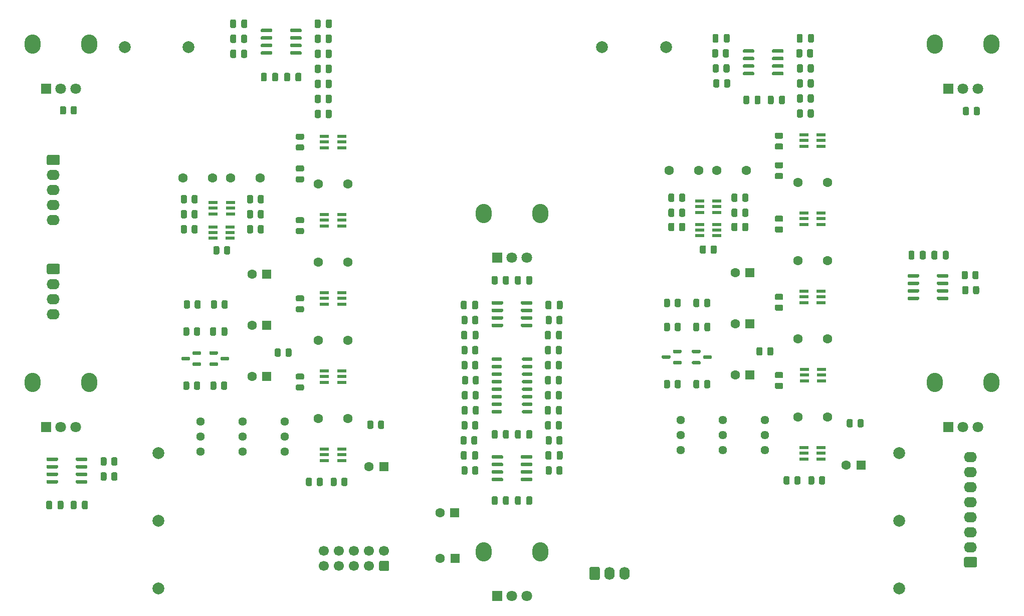
<source format=gbs>
G04 #@! TF.GenerationSoftware,KiCad,Pcbnew,6.0.5+dfsg-1~bpo11+1*
G04 #@! TF.CreationDate,2022-08-16T14:47:16+00:00*
G04 #@! TF.ProjectId,filter_board,66696c74-6572-45f6-926f-6172642e6b69,0*
G04 #@! TF.SameCoordinates,Original*
G04 #@! TF.FileFunction,Soldermask,Bot*
G04 #@! TF.FilePolarity,Negative*
%FSLAX46Y46*%
G04 Gerber Fmt 4.6, Leading zero omitted, Abs format (unit mm)*
G04 Created by KiCad (PCBNEW 6.0.5+dfsg-1~bpo11+1) date 2022-08-16 14:47:16*
%MOMM*%
%LPD*%
G01*
G04 APERTURE LIST*
%ADD10O,2.720000X3.240000*%
%ADD11R,1.800000X1.800000*%
%ADD12C,1.800000*%
%ADD13R,1.500000X0.550000*%
%ADD14C,1.600000*%
%ADD15R,1.600000X1.600000*%
%ADD16C,1.440000*%
%ADD17O,2.190000X1.740000*%
%ADD18C,2.000000*%
%ADD19C,1.700000*%
%ADD20O,1.740000X2.190000*%
G04 APERTURE END LIST*
D10*
X73380000Y-108070000D03*
X63780000Y-108070000D03*
D11*
X66080000Y-115570000D03*
D12*
X68580000Y-115570000D03*
X71080000Y-115570000D03*
D10*
X73380000Y-50920000D03*
X63780000Y-50920000D03*
D11*
X66080000Y-58420000D03*
D12*
X68580000Y-58420000D03*
X71080000Y-58420000D03*
D10*
X139980000Y-79495000D03*
X149580000Y-79495000D03*
D11*
X142280000Y-86995000D03*
D12*
X144780000Y-86995000D03*
X147280000Y-86995000D03*
D10*
X149580000Y-136645000D03*
X139980000Y-136645000D03*
D11*
X142280000Y-144145000D03*
D12*
X144780000Y-144145000D03*
X147280000Y-144145000D03*
D10*
X225780000Y-50920000D03*
X216180000Y-50920000D03*
D11*
X218480000Y-58420000D03*
D12*
X220980000Y-58420000D03*
X223480000Y-58420000D03*
D10*
X225780000Y-108070000D03*
X216180000Y-108070000D03*
D11*
X218480000Y-115570000D03*
D12*
X220980000Y-115570000D03*
X223480000Y-115570000D03*
G36*
G01*
X96698100Y-98991400D02*
X96698100Y-99941400D01*
G75*
G02*
X96448100Y-100191400I-250000J0D01*
G01*
X95948100Y-100191400D01*
G75*
G02*
X95698100Y-99941400I0J250000D01*
G01*
X95698100Y-98991400D01*
G75*
G02*
X95948100Y-98741400I250000J0D01*
G01*
X96448100Y-98741400D01*
G75*
G02*
X96698100Y-98991400I0J-250000D01*
G01*
G37*
G36*
G01*
X94798100Y-98991400D02*
X94798100Y-99941400D01*
G75*
G02*
X94548100Y-100191400I-250000J0D01*
G01*
X94048100Y-100191400D01*
G75*
G02*
X93798100Y-99941400I0J250000D01*
G01*
X93798100Y-98991400D01*
G75*
G02*
X94048100Y-98741400I250000J0D01*
G01*
X94548100Y-98741400D01*
G75*
G02*
X94798100Y-98991400I0J-250000D01*
G01*
G37*
D13*
X116002100Y-79720400D03*
X116002100Y-80670400D03*
X116002100Y-81620400D03*
X113102100Y-81620400D03*
X113102100Y-80670400D03*
X113102100Y-79720400D03*
X179402400Y-81369500D03*
X179402400Y-82319500D03*
X179402400Y-83269500D03*
X176502400Y-83269500D03*
X176502400Y-82319500D03*
X176502400Y-81369500D03*
G36*
G01*
X123192600Y-114764400D02*
X123192600Y-115664400D01*
G75*
G02*
X122942600Y-115914400I-250000J0D01*
G01*
X122417600Y-115914400D01*
G75*
G02*
X122167600Y-115664400I0J250000D01*
G01*
X122167600Y-114764400D01*
G75*
G02*
X122417600Y-114514400I250000J0D01*
G01*
X122942600Y-114514400D01*
G75*
G02*
X123192600Y-114764400I0J-250000D01*
G01*
G37*
G36*
G01*
X121367600Y-114764400D02*
X121367600Y-115664400D01*
G75*
G02*
X121117600Y-115914400I-250000J0D01*
G01*
X120592600Y-115914400D01*
G75*
G02*
X120342600Y-115664400I0J250000D01*
G01*
X120342600Y-114764400D01*
G75*
G02*
X120592600Y-114514400I250000J0D01*
G01*
X121117600Y-114514400D01*
G75*
G02*
X121367600Y-114764400I0J-250000D01*
G01*
G37*
G36*
G01*
X189440400Y-93110000D02*
X190340400Y-93110000D01*
G75*
G02*
X190590400Y-93360000I0J-250000D01*
G01*
X190590400Y-93885000D01*
G75*
G02*
X190340400Y-94135000I-250000J0D01*
G01*
X189440400Y-94135000D01*
G75*
G02*
X189190400Y-93885000I0J250000D01*
G01*
X189190400Y-93360000D01*
G75*
G02*
X189440400Y-93110000I250000J0D01*
G01*
G37*
G36*
G01*
X189440400Y-94935000D02*
X190340400Y-94935000D01*
G75*
G02*
X190590400Y-95185000I0J-250000D01*
G01*
X190590400Y-95710000D01*
G75*
G02*
X190340400Y-95960000I-250000J0D01*
G01*
X189440400Y-95960000D01*
G75*
G02*
X189190400Y-95710000I0J250000D01*
G01*
X189190400Y-95185000D01*
G75*
G02*
X189440400Y-94935000I250000J0D01*
G01*
G37*
D14*
X198105400Y-74318500D03*
X193105400Y-74318500D03*
G36*
G01*
X214672800Y-86088200D02*
X214672800Y-87038200D01*
G75*
G02*
X214422800Y-87288200I-250000J0D01*
G01*
X213922800Y-87288200D01*
G75*
G02*
X213672800Y-87038200I0J250000D01*
G01*
X213672800Y-86088200D01*
G75*
G02*
X213922800Y-85838200I250000J0D01*
G01*
X214422800Y-85838200D01*
G75*
G02*
X214672800Y-86088200I0J-250000D01*
G01*
G37*
G36*
G01*
X212772800Y-86088200D02*
X212772800Y-87038200D01*
G75*
G02*
X212522800Y-87288200I-250000J0D01*
G01*
X212022800Y-87288200D01*
G75*
G02*
X211772800Y-87038200I0J250000D01*
G01*
X211772800Y-86088200D01*
G75*
G02*
X212022800Y-85838200I250000J0D01*
G01*
X212522800Y-85838200D01*
G75*
G02*
X212772800Y-86088200I0J-250000D01*
G01*
G37*
D13*
X97206100Y-77688400D03*
X97206100Y-78638400D03*
X97206100Y-79588400D03*
X94306100Y-79588400D03*
X94306100Y-78638400D03*
X94306100Y-77688400D03*
D14*
X171341400Y-72286500D03*
X176341400Y-72286500D03*
G36*
G01*
X150338500Y-100551000D02*
X150338500Y-99601000D01*
G75*
G02*
X150588500Y-99351000I250000J0D01*
G01*
X151088500Y-99351000D01*
G75*
G02*
X151338500Y-99601000I0J-250000D01*
G01*
X151338500Y-100551000D01*
G75*
G02*
X151088500Y-100801000I-250000J0D01*
G01*
X150588500Y-100801000D01*
G75*
G02*
X150338500Y-100551000I0J250000D01*
G01*
G37*
G36*
G01*
X152238500Y-100551000D02*
X152238500Y-99601000D01*
G75*
G02*
X152488500Y-99351000I250000J0D01*
G01*
X152988500Y-99351000D01*
G75*
G02*
X153238500Y-99601000I0J-250000D01*
G01*
X153238500Y-100551000D01*
G75*
G02*
X152988500Y-100801000I-250000J0D01*
G01*
X152488500Y-100801000D01*
G75*
G02*
X152238500Y-100551000I0J250000D01*
G01*
G37*
G36*
G01*
X175424400Y-95088500D02*
X175424400Y-94188500D01*
G75*
G02*
X175674400Y-93938500I250000J0D01*
G01*
X176199400Y-93938500D01*
G75*
G02*
X176449400Y-94188500I0J-250000D01*
G01*
X176449400Y-95088500D01*
G75*
G02*
X176199400Y-95338500I-250000J0D01*
G01*
X175674400Y-95338500D01*
G75*
G02*
X175424400Y-95088500I0J250000D01*
G01*
G37*
G36*
G01*
X177249400Y-95088500D02*
X177249400Y-94188500D01*
G75*
G02*
X177499400Y-93938500I250000J0D01*
G01*
X178024400Y-93938500D01*
G75*
G02*
X178274400Y-94188500I0J-250000D01*
G01*
X178274400Y-95088500D01*
G75*
G02*
X178024400Y-95338500I-250000J0D01*
G01*
X177499400Y-95338500D01*
G75*
G02*
X177249400Y-95088500I0J250000D01*
G01*
G37*
G36*
G01*
X111453000Y-47947600D02*
X111453000Y-46997600D01*
G75*
G02*
X111703000Y-46747600I250000J0D01*
G01*
X112203000Y-46747600D01*
G75*
G02*
X112453000Y-46997600I0J-250000D01*
G01*
X112453000Y-47947600D01*
G75*
G02*
X112203000Y-48197600I-250000J0D01*
G01*
X111703000Y-48197600D01*
G75*
G02*
X111453000Y-47947600I0J250000D01*
G01*
G37*
G36*
G01*
X113353000Y-47947600D02*
X113353000Y-46997600D01*
G75*
G02*
X113603000Y-46747600I250000J0D01*
G01*
X114103000Y-46747600D01*
G75*
G02*
X114353000Y-46997600I0J-250000D01*
G01*
X114353000Y-47947600D01*
G75*
G02*
X114103000Y-48197600I-250000J0D01*
G01*
X113603000Y-48197600D01*
G75*
G02*
X113353000Y-47947600I0J250000D01*
G01*
G37*
G36*
G01*
X96673100Y-108160400D02*
X96673100Y-109060400D01*
G75*
G02*
X96423100Y-109310400I-250000J0D01*
G01*
X95898100Y-109310400D01*
G75*
G02*
X95648100Y-109060400I0J250000D01*
G01*
X95648100Y-108160400D01*
G75*
G02*
X95898100Y-107910400I250000J0D01*
G01*
X96423100Y-107910400D01*
G75*
G02*
X96673100Y-108160400I0J-250000D01*
G01*
G37*
G36*
G01*
X94848100Y-108160400D02*
X94848100Y-109060400D01*
G75*
G02*
X94598100Y-109310400I-250000J0D01*
G01*
X94073100Y-109310400D01*
G75*
G02*
X93823100Y-109060400I0J250000D01*
G01*
X93823100Y-108160400D01*
G75*
G02*
X94073100Y-107910400I250000J0D01*
G01*
X94598100Y-107910400D01*
G75*
G02*
X94848100Y-108160400I0J-250000D01*
G01*
G37*
D13*
X197015400Y-92672500D03*
X197015400Y-93622500D03*
X197015400Y-94572500D03*
X194115400Y-94572500D03*
X194115400Y-93622500D03*
X194115400Y-92672500D03*
G36*
G01*
X109207000Y-56014600D02*
X109207000Y-56964600D01*
G75*
G02*
X108957000Y-57214600I-250000J0D01*
G01*
X108457000Y-57214600D01*
G75*
G02*
X108207000Y-56964600I0J250000D01*
G01*
X108207000Y-56014600D01*
G75*
G02*
X108457000Y-55764600I250000J0D01*
G01*
X108957000Y-55764600D01*
G75*
G02*
X109207000Y-56014600I0J-250000D01*
G01*
G37*
G36*
G01*
X107307000Y-56014600D02*
X107307000Y-56964600D01*
G75*
G02*
X107057000Y-57214600I-250000J0D01*
G01*
X106557000Y-57214600D01*
G75*
G02*
X106307000Y-56964600I0J250000D01*
G01*
X106307000Y-56014600D01*
G75*
G02*
X106557000Y-55764600I250000J0D01*
G01*
X107057000Y-55764600D01*
G75*
G02*
X107307000Y-56014600I0J-250000D01*
G01*
G37*
D15*
X103376100Y-98450400D03*
D14*
X100876100Y-98450400D03*
G36*
G01*
X150363500Y-105606000D02*
X150363500Y-104706000D01*
G75*
G02*
X150613500Y-104456000I250000J0D01*
G01*
X151138500Y-104456000D01*
G75*
G02*
X151388500Y-104706000I0J-250000D01*
G01*
X151388500Y-105606000D01*
G75*
G02*
X151138500Y-105856000I-250000J0D01*
G01*
X150613500Y-105856000D01*
G75*
G02*
X150363500Y-105606000I0J250000D01*
G01*
G37*
G36*
G01*
X152188500Y-105606000D02*
X152188500Y-104706000D01*
G75*
G02*
X152438500Y-104456000I250000J0D01*
G01*
X152963500Y-104456000D01*
G75*
G02*
X153213500Y-104706000I0J-250000D01*
G01*
X153213500Y-105606000D01*
G75*
G02*
X152963500Y-105856000I-250000J0D01*
G01*
X152438500Y-105856000D01*
G75*
G02*
X152188500Y-105606000I0J250000D01*
G01*
G37*
G36*
G01*
X189440400Y-65885000D02*
X190340400Y-65885000D01*
G75*
G02*
X190590400Y-66135000I0J-250000D01*
G01*
X190590400Y-66660000D01*
G75*
G02*
X190340400Y-66910000I-250000J0D01*
G01*
X189440400Y-66910000D01*
G75*
G02*
X189190400Y-66660000I0J250000D01*
G01*
X189190400Y-66135000D01*
G75*
G02*
X189440400Y-65885000I250000J0D01*
G01*
G37*
G36*
G01*
X189440400Y-67710000D02*
X190340400Y-67710000D01*
G75*
G02*
X190590400Y-67960000I0J-250000D01*
G01*
X190590400Y-68485000D01*
G75*
G02*
X190340400Y-68735000I-250000J0D01*
G01*
X189440400Y-68735000D01*
G75*
G02*
X189190400Y-68485000I0J250000D01*
G01*
X189190400Y-67960000D01*
G75*
G02*
X189440400Y-67710000I250000J0D01*
G01*
G37*
G36*
G01*
X139093000Y-104706000D02*
X139093000Y-105606000D01*
G75*
G02*
X138843000Y-105856000I-250000J0D01*
G01*
X138318000Y-105856000D01*
G75*
G02*
X138068000Y-105606000I0J250000D01*
G01*
X138068000Y-104706000D01*
G75*
G02*
X138318000Y-104456000I250000J0D01*
G01*
X138843000Y-104456000D01*
G75*
G02*
X139093000Y-104706000I0J-250000D01*
G01*
G37*
G36*
G01*
X137268000Y-104706000D02*
X137268000Y-105606000D01*
G75*
G02*
X137018000Y-105856000I-250000J0D01*
G01*
X136493000Y-105856000D01*
G75*
G02*
X136243000Y-105606000I0J250000D01*
G01*
X136243000Y-104706000D01*
G75*
G02*
X136493000Y-104456000I250000J0D01*
G01*
X137018000Y-104456000D01*
G75*
G02*
X137268000Y-104706000I0J-250000D01*
G01*
G37*
G36*
G01*
X144264000Y-90330000D02*
X144264000Y-91280000D01*
G75*
G02*
X144014000Y-91530000I-250000J0D01*
G01*
X143514000Y-91530000D01*
G75*
G02*
X143264000Y-91280000I0J250000D01*
G01*
X143264000Y-90330000D01*
G75*
G02*
X143514000Y-90080000I250000J0D01*
G01*
X144014000Y-90080000D01*
G75*
G02*
X144264000Y-90330000I0J-250000D01*
G01*
G37*
G36*
G01*
X142364000Y-90330000D02*
X142364000Y-91280000D01*
G75*
G02*
X142114000Y-91530000I-250000J0D01*
G01*
X141614000Y-91530000D01*
G75*
G02*
X141364000Y-91280000I0J250000D01*
G01*
X141364000Y-90330000D01*
G75*
G02*
X141614000Y-90080000I250000J0D01*
G01*
X142114000Y-90080000D01*
G75*
G02*
X142364000Y-90330000I0J-250000D01*
G01*
G37*
X184404000Y-72288400D03*
X179404000Y-72288400D03*
G36*
G01*
X150467000Y-123386000D02*
X150467000Y-122486000D01*
G75*
G02*
X150717000Y-122236000I250000J0D01*
G01*
X151242000Y-122236000D01*
G75*
G02*
X151492000Y-122486000I0J-250000D01*
G01*
X151492000Y-123386000D01*
G75*
G02*
X151242000Y-123636000I-250000J0D01*
G01*
X150717000Y-123636000D01*
G75*
G02*
X150467000Y-123386000I0J250000D01*
G01*
G37*
G36*
G01*
X152292000Y-123386000D02*
X152292000Y-122486000D01*
G75*
G02*
X152542000Y-122236000I250000J0D01*
G01*
X153067000Y-122236000D01*
G75*
G02*
X153317000Y-122486000I0J-250000D01*
G01*
X153317000Y-123386000D01*
G75*
G02*
X153067000Y-123636000I-250000J0D01*
G01*
X152542000Y-123636000D01*
G75*
G02*
X152292000Y-123386000I0J250000D01*
G01*
G37*
G36*
G01*
X92272600Y-102938400D02*
X92272600Y-103238400D01*
G75*
G02*
X92122600Y-103388400I-150000J0D01*
G01*
X90947600Y-103388400D01*
G75*
G02*
X90797600Y-103238400I0J150000D01*
G01*
X90797600Y-102938400D01*
G75*
G02*
X90947600Y-102788400I150000J0D01*
G01*
X92122600Y-102788400D01*
G75*
G02*
X92272600Y-102938400I0J-150000D01*
G01*
G37*
G36*
G01*
X92272600Y-104838400D02*
X92272600Y-105138400D01*
G75*
G02*
X92122600Y-105288400I-150000J0D01*
G01*
X90947600Y-105288400D01*
G75*
G02*
X90797600Y-105138400I0J150000D01*
G01*
X90797600Y-104838400D01*
G75*
G02*
X90947600Y-104688400I150000J0D01*
G01*
X92122600Y-104688400D01*
G75*
G02*
X92272600Y-104838400I0J-150000D01*
G01*
G37*
G36*
G01*
X90397600Y-103888400D02*
X90397600Y-104188400D01*
G75*
G02*
X90247600Y-104338400I-150000J0D01*
G01*
X89072600Y-104338400D01*
G75*
G02*
X88922600Y-104188400I0J150000D01*
G01*
X88922600Y-103888400D01*
G75*
G02*
X89072600Y-103738400I150000J0D01*
G01*
X90247600Y-103738400D01*
G75*
G02*
X90397600Y-103888400I0J-150000D01*
G01*
G37*
D16*
X106424100Y-119786400D03*
X106424100Y-117246400D03*
X106424100Y-114706400D03*
G36*
G01*
X153342000Y-119921000D02*
X153342000Y-120871000D01*
G75*
G02*
X153092000Y-121121000I-250000J0D01*
G01*
X152592000Y-121121000D01*
G75*
G02*
X152342000Y-120871000I0J250000D01*
G01*
X152342000Y-119921000D01*
G75*
G02*
X152592000Y-119671000I250000J0D01*
G01*
X153092000Y-119671000D01*
G75*
G02*
X153342000Y-119921000I0J-250000D01*
G01*
G37*
G36*
G01*
X151442000Y-119921000D02*
X151442000Y-120871000D01*
G75*
G02*
X151192000Y-121121000I-250000J0D01*
G01*
X150692000Y-121121000D01*
G75*
G02*
X150442000Y-120871000I0J250000D01*
G01*
X150442000Y-119921000D01*
G75*
G02*
X150692000Y-119671000I250000J0D01*
G01*
X151192000Y-119671000D01*
G75*
G02*
X151442000Y-119921000I0J-250000D01*
G01*
G37*
G36*
G01*
X66465000Y-88030000D02*
X68155000Y-88030000D01*
G75*
G02*
X68405000Y-88280000I0J-250000D01*
G01*
X68405000Y-89520000D01*
G75*
G02*
X68155000Y-89770000I-250000J0D01*
G01*
X66465000Y-89770000D01*
G75*
G02*
X66215000Y-89520000I0J250000D01*
G01*
X66215000Y-88280000D01*
G75*
G02*
X66465000Y-88030000I250000J0D01*
G01*
G37*
D17*
X67310000Y-91440000D03*
X67310000Y-93980000D03*
X67310000Y-96520000D03*
D18*
X90170000Y-51435000D03*
G36*
G01*
X136092500Y-118306000D02*
X136092500Y-117406000D01*
G75*
G02*
X136342500Y-117156000I250000J0D01*
G01*
X136867500Y-117156000D01*
G75*
G02*
X137117500Y-117406000I0J-250000D01*
G01*
X137117500Y-118306000D01*
G75*
G02*
X136867500Y-118556000I-250000J0D01*
G01*
X136342500Y-118556000D01*
G75*
G02*
X136092500Y-118306000I0J250000D01*
G01*
G37*
G36*
G01*
X137917500Y-118306000D02*
X137917500Y-117406000D01*
G75*
G02*
X138167500Y-117156000I250000J0D01*
G01*
X138692500Y-117156000D01*
G75*
G02*
X138942500Y-117406000I0J-250000D01*
G01*
X138942500Y-118306000D01*
G75*
G02*
X138692500Y-118556000I-250000J0D01*
G01*
X138167500Y-118556000D01*
G75*
G02*
X137917500Y-118306000I0J250000D01*
G01*
G37*
G36*
G01*
X100022600Y-77564400D02*
X100022600Y-76664400D01*
G75*
G02*
X100272600Y-76414400I250000J0D01*
G01*
X100797600Y-76414400D01*
G75*
G02*
X101047600Y-76664400I0J-250000D01*
G01*
X101047600Y-77564400D01*
G75*
G02*
X100797600Y-77814400I-250000J0D01*
G01*
X100272600Y-77814400D01*
G75*
G02*
X100022600Y-77564400I0J250000D01*
G01*
G37*
G36*
G01*
X101847600Y-77564400D02*
X101847600Y-76664400D01*
G75*
G02*
X102097600Y-76414400I250000J0D01*
G01*
X102622600Y-76414400D01*
G75*
G02*
X102872600Y-76664400I0J-250000D01*
G01*
X102872600Y-77564400D01*
G75*
G02*
X102622600Y-77814400I-250000J0D01*
G01*
X102097600Y-77814400D01*
G75*
G02*
X101847600Y-77564400I0J250000D01*
G01*
G37*
G36*
G01*
X148196000Y-127541000D02*
X148196000Y-128491000D01*
G75*
G02*
X147946000Y-128741000I-250000J0D01*
G01*
X147446000Y-128741000D01*
G75*
G02*
X147196000Y-128491000I0J250000D01*
G01*
X147196000Y-127541000D01*
G75*
G02*
X147446000Y-127291000I250000J0D01*
G01*
X147946000Y-127291000D01*
G75*
G02*
X148196000Y-127541000I0J-250000D01*
G01*
G37*
G36*
G01*
X146296000Y-127541000D02*
X146296000Y-128491000D01*
G75*
G02*
X146046000Y-128741000I-250000J0D01*
G01*
X145546000Y-128741000D01*
G75*
G02*
X145296000Y-128491000I0J250000D01*
G01*
X145296000Y-127541000D01*
G75*
G02*
X145546000Y-127291000I250000J0D01*
G01*
X146046000Y-127291000D01*
G75*
G02*
X146296000Y-127541000I0J-250000D01*
G01*
G37*
G36*
G01*
X92101100Y-108160400D02*
X92101100Y-109060400D01*
G75*
G02*
X91851100Y-109310400I-250000J0D01*
G01*
X91326100Y-109310400D01*
G75*
G02*
X91076100Y-109060400I0J250000D01*
G01*
X91076100Y-108160400D01*
G75*
G02*
X91326100Y-107910400I250000J0D01*
G01*
X91851100Y-107910400D01*
G75*
G02*
X92101100Y-108160400I0J-250000D01*
G01*
G37*
G36*
G01*
X90276100Y-108160400D02*
X90276100Y-109060400D01*
G75*
G02*
X90026100Y-109310400I-250000J0D01*
G01*
X89501100Y-109310400D01*
G75*
G02*
X89251100Y-109060400I0J250000D01*
G01*
X89251100Y-108160400D01*
G75*
G02*
X89501100Y-107910400I250000J0D01*
G01*
X90026100Y-107910400D01*
G75*
G02*
X90276100Y-108160400I0J-250000D01*
G01*
G37*
G36*
G01*
X73139000Y-128303000D02*
X73139000Y-129253000D01*
G75*
G02*
X72889000Y-129503000I-250000J0D01*
G01*
X72389000Y-129503000D01*
G75*
G02*
X72139000Y-129253000I0J250000D01*
G01*
X72139000Y-128303000D01*
G75*
G02*
X72389000Y-128053000I250000J0D01*
G01*
X72889000Y-128053000D01*
G75*
G02*
X73139000Y-128303000I0J-250000D01*
G01*
G37*
G36*
G01*
X71239000Y-128303000D02*
X71239000Y-129253000D01*
G75*
G02*
X70989000Y-129503000I-250000J0D01*
G01*
X70489000Y-129503000D01*
G75*
G02*
X70239000Y-129253000I0J250000D01*
G01*
X70239000Y-128303000D01*
G75*
G02*
X70489000Y-128053000I250000J0D01*
G01*
X70989000Y-128053000D01*
G75*
G02*
X71239000Y-128303000I0J-250000D01*
G01*
G37*
D13*
X116002100Y-119344400D03*
X116002100Y-120294400D03*
X116002100Y-121244400D03*
X113102100Y-121244400D03*
X113102100Y-120294400D03*
X113102100Y-119344400D03*
G36*
G01*
X174043400Y-81361500D02*
X174043400Y-82261500D01*
G75*
G02*
X173793400Y-82511500I-250000J0D01*
G01*
X173268400Y-82511500D01*
G75*
G02*
X173018400Y-82261500I0J250000D01*
G01*
X173018400Y-81361500D01*
G75*
G02*
X173268400Y-81111500I250000J0D01*
G01*
X173793400Y-81111500D01*
G75*
G02*
X174043400Y-81361500I0J-250000D01*
G01*
G37*
G36*
G01*
X172218400Y-81361500D02*
X172218400Y-82261500D01*
G75*
G02*
X171968400Y-82511500I-250000J0D01*
G01*
X171443400Y-82511500D01*
G75*
G02*
X171193400Y-82261500I0J250000D01*
G01*
X171193400Y-81361500D01*
G75*
G02*
X171443400Y-81111500I250000J0D01*
G01*
X171968400Y-81111500D01*
G75*
G02*
X172218400Y-81361500I0J-250000D01*
G01*
G37*
G36*
G01*
X153317000Y-117406000D02*
X153317000Y-118306000D01*
G75*
G02*
X153067000Y-118556000I-250000J0D01*
G01*
X152542000Y-118556000D01*
G75*
G02*
X152292000Y-118306000I0J250000D01*
G01*
X152292000Y-117406000D01*
G75*
G02*
X152542000Y-117156000I250000J0D01*
G01*
X153067000Y-117156000D01*
G75*
G02*
X153317000Y-117406000I0J-250000D01*
G01*
G37*
G36*
G01*
X151492000Y-117406000D02*
X151492000Y-118306000D01*
G75*
G02*
X151242000Y-118556000I-250000J0D01*
G01*
X150717000Y-118556000D01*
G75*
G02*
X150467000Y-118306000I0J250000D01*
G01*
X150467000Y-117406000D01*
G75*
G02*
X150717000Y-117156000I250000J0D01*
G01*
X151242000Y-117156000D01*
G75*
G02*
X151492000Y-117406000I0J-250000D01*
G01*
G37*
G36*
G01*
X148230000Y-103990000D02*
X148230000Y-104290000D01*
G75*
G02*
X148080000Y-104440000I-150000J0D01*
G01*
X146630000Y-104440000D01*
G75*
G02*
X146480000Y-104290000I0J150000D01*
G01*
X146480000Y-103990000D01*
G75*
G02*
X146630000Y-103840000I150000J0D01*
G01*
X148080000Y-103840000D01*
G75*
G02*
X148230000Y-103990000I0J-150000D01*
G01*
G37*
G36*
G01*
X148230000Y-105260000D02*
X148230000Y-105560000D01*
G75*
G02*
X148080000Y-105710000I-150000J0D01*
G01*
X146630000Y-105710000D01*
G75*
G02*
X146480000Y-105560000I0J150000D01*
G01*
X146480000Y-105260000D01*
G75*
G02*
X146630000Y-105110000I150000J0D01*
G01*
X148080000Y-105110000D01*
G75*
G02*
X148230000Y-105260000I0J-150000D01*
G01*
G37*
G36*
G01*
X148230000Y-106530000D02*
X148230000Y-106830000D01*
G75*
G02*
X148080000Y-106980000I-150000J0D01*
G01*
X146630000Y-106980000D01*
G75*
G02*
X146480000Y-106830000I0J150000D01*
G01*
X146480000Y-106530000D01*
G75*
G02*
X146630000Y-106380000I150000J0D01*
G01*
X148080000Y-106380000D01*
G75*
G02*
X148230000Y-106530000I0J-150000D01*
G01*
G37*
G36*
G01*
X148230000Y-107800000D02*
X148230000Y-108100000D01*
G75*
G02*
X148080000Y-108250000I-150000J0D01*
G01*
X146630000Y-108250000D01*
G75*
G02*
X146480000Y-108100000I0J150000D01*
G01*
X146480000Y-107800000D01*
G75*
G02*
X146630000Y-107650000I150000J0D01*
G01*
X148080000Y-107650000D01*
G75*
G02*
X148230000Y-107800000I0J-150000D01*
G01*
G37*
G36*
G01*
X148230000Y-109070000D02*
X148230000Y-109370000D01*
G75*
G02*
X148080000Y-109520000I-150000J0D01*
G01*
X146630000Y-109520000D01*
G75*
G02*
X146480000Y-109370000I0J150000D01*
G01*
X146480000Y-109070000D01*
G75*
G02*
X146630000Y-108920000I150000J0D01*
G01*
X148080000Y-108920000D01*
G75*
G02*
X148230000Y-109070000I0J-150000D01*
G01*
G37*
G36*
G01*
X148230000Y-110340000D02*
X148230000Y-110640000D01*
G75*
G02*
X148080000Y-110790000I-150000J0D01*
G01*
X146630000Y-110790000D01*
G75*
G02*
X146480000Y-110640000I0J150000D01*
G01*
X146480000Y-110340000D01*
G75*
G02*
X146630000Y-110190000I150000J0D01*
G01*
X148080000Y-110190000D01*
G75*
G02*
X148230000Y-110340000I0J-150000D01*
G01*
G37*
G36*
G01*
X148230000Y-111610000D02*
X148230000Y-111910000D01*
G75*
G02*
X148080000Y-112060000I-150000J0D01*
G01*
X146630000Y-112060000D01*
G75*
G02*
X146480000Y-111910000I0J150000D01*
G01*
X146480000Y-111610000D01*
G75*
G02*
X146630000Y-111460000I150000J0D01*
G01*
X148080000Y-111460000D01*
G75*
G02*
X148230000Y-111610000I0J-150000D01*
G01*
G37*
G36*
G01*
X148230000Y-112880000D02*
X148230000Y-113180000D01*
G75*
G02*
X148080000Y-113330000I-150000J0D01*
G01*
X146630000Y-113330000D01*
G75*
G02*
X146480000Y-113180000I0J150000D01*
G01*
X146480000Y-112880000D01*
G75*
G02*
X146630000Y-112730000I150000J0D01*
G01*
X148080000Y-112730000D01*
G75*
G02*
X148230000Y-112880000I0J-150000D01*
G01*
G37*
G36*
G01*
X143080000Y-112880000D02*
X143080000Y-113180000D01*
G75*
G02*
X142930000Y-113330000I-150000J0D01*
G01*
X141480000Y-113330000D01*
G75*
G02*
X141330000Y-113180000I0J150000D01*
G01*
X141330000Y-112880000D01*
G75*
G02*
X141480000Y-112730000I150000J0D01*
G01*
X142930000Y-112730000D01*
G75*
G02*
X143080000Y-112880000I0J-150000D01*
G01*
G37*
G36*
G01*
X143080000Y-111610000D02*
X143080000Y-111910000D01*
G75*
G02*
X142930000Y-112060000I-150000J0D01*
G01*
X141480000Y-112060000D01*
G75*
G02*
X141330000Y-111910000I0J150000D01*
G01*
X141330000Y-111610000D01*
G75*
G02*
X141480000Y-111460000I150000J0D01*
G01*
X142930000Y-111460000D01*
G75*
G02*
X143080000Y-111610000I0J-150000D01*
G01*
G37*
G36*
G01*
X143080000Y-110340000D02*
X143080000Y-110640000D01*
G75*
G02*
X142930000Y-110790000I-150000J0D01*
G01*
X141480000Y-110790000D01*
G75*
G02*
X141330000Y-110640000I0J150000D01*
G01*
X141330000Y-110340000D01*
G75*
G02*
X141480000Y-110190000I150000J0D01*
G01*
X142930000Y-110190000D01*
G75*
G02*
X143080000Y-110340000I0J-150000D01*
G01*
G37*
G36*
G01*
X143080000Y-109070000D02*
X143080000Y-109370000D01*
G75*
G02*
X142930000Y-109520000I-150000J0D01*
G01*
X141480000Y-109520000D01*
G75*
G02*
X141330000Y-109370000I0J150000D01*
G01*
X141330000Y-109070000D01*
G75*
G02*
X141480000Y-108920000I150000J0D01*
G01*
X142930000Y-108920000D01*
G75*
G02*
X143080000Y-109070000I0J-150000D01*
G01*
G37*
G36*
G01*
X143080000Y-107800000D02*
X143080000Y-108100000D01*
G75*
G02*
X142930000Y-108250000I-150000J0D01*
G01*
X141480000Y-108250000D01*
G75*
G02*
X141330000Y-108100000I0J150000D01*
G01*
X141330000Y-107800000D01*
G75*
G02*
X141480000Y-107650000I150000J0D01*
G01*
X142930000Y-107650000D01*
G75*
G02*
X143080000Y-107800000I0J-150000D01*
G01*
G37*
G36*
G01*
X143080000Y-106530000D02*
X143080000Y-106830000D01*
G75*
G02*
X142930000Y-106980000I-150000J0D01*
G01*
X141480000Y-106980000D01*
G75*
G02*
X141330000Y-106830000I0J150000D01*
G01*
X141330000Y-106530000D01*
G75*
G02*
X141480000Y-106380000I150000J0D01*
G01*
X142930000Y-106380000D01*
G75*
G02*
X143080000Y-106530000I0J-150000D01*
G01*
G37*
G36*
G01*
X143080000Y-105260000D02*
X143080000Y-105560000D01*
G75*
G02*
X142930000Y-105710000I-150000J0D01*
G01*
X141480000Y-105710000D01*
G75*
G02*
X141330000Y-105560000I0J150000D01*
G01*
X141330000Y-105260000D01*
G75*
G02*
X141480000Y-105110000I150000J0D01*
G01*
X142930000Y-105110000D01*
G75*
G02*
X143080000Y-105260000I0J-150000D01*
G01*
G37*
G36*
G01*
X143080000Y-103990000D02*
X143080000Y-104290000D01*
G75*
G02*
X142930000Y-104440000I-150000J0D01*
G01*
X141480000Y-104440000D01*
G75*
G02*
X141330000Y-104290000I0J150000D01*
G01*
X141330000Y-103990000D01*
G75*
G02*
X141480000Y-103840000I150000J0D01*
G01*
X142930000Y-103840000D01*
G75*
G02*
X143080000Y-103990000I0J-150000D01*
G01*
G37*
D16*
X180405400Y-119540500D03*
X180405400Y-117000500D03*
X180405400Y-114460500D03*
G36*
G01*
X181861400Y-77308500D02*
X181861400Y-76408500D01*
G75*
G02*
X182111400Y-76158500I250000J0D01*
G01*
X182636400Y-76158500D01*
G75*
G02*
X182886400Y-76408500I0J-250000D01*
G01*
X182886400Y-77308500D01*
G75*
G02*
X182636400Y-77558500I-250000J0D01*
G01*
X182111400Y-77558500D01*
G75*
G02*
X181861400Y-77308500I0J250000D01*
G01*
G37*
G36*
G01*
X183686400Y-77308500D02*
X183686400Y-76408500D01*
G75*
G02*
X183936400Y-76158500I250000J0D01*
G01*
X184461400Y-76158500D01*
G75*
G02*
X184711400Y-76408500I0J-250000D01*
G01*
X184711400Y-77308500D01*
G75*
G02*
X184461400Y-77558500I-250000J0D01*
G01*
X183936400Y-77558500D01*
G75*
G02*
X183686400Y-77308500I0J250000D01*
G01*
G37*
D18*
X170815000Y-51435000D03*
G36*
G01*
X148230000Y-120500000D02*
X148230000Y-120800000D01*
G75*
G02*
X148080000Y-120950000I-150000J0D01*
G01*
X146430000Y-120950000D01*
G75*
G02*
X146280000Y-120800000I0J150000D01*
G01*
X146280000Y-120500000D01*
G75*
G02*
X146430000Y-120350000I150000J0D01*
G01*
X148080000Y-120350000D01*
G75*
G02*
X148230000Y-120500000I0J-150000D01*
G01*
G37*
G36*
G01*
X148230000Y-121770000D02*
X148230000Y-122070000D01*
G75*
G02*
X148080000Y-122220000I-150000J0D01*
G01*
X146430000Y-122220000D01*
G75*
G02*
X146280000Y-122070000I0J150000D01*
G01*
X146280000Y-121770000D01*
G75*
G02*
X146430000Y-121620000I150000J0D01*
G01*
X148080000Y-121620000D01*
G75*
G02*
X148230000Y-121770000I0J-150000D01*
G01*
G37*
G36*
G01*
X148230000Y-123040000D02*
X148230000Y-123340000D01*
G75*
G02*
X148080000Y-123490000I-150000J0D01*
G01*
X146430000Y-123490000D01*
G75*
G02*
X146280000Y-123340000I0J150000D01*
G01*
X146280000Y-123040000D01*
G75*
G02*
X146430000Y-122890000I150000J0D01*
G01*
X148080000Y-122890000D01*
G75*
G02*
X148230000Y-123040000I0J-150000D01*
G01*
G37*
G36*
G01*
X148230000Y-124310000D02*
X148230000Y-124610000D01*
G75*
G02*
X148080000Y-124760000I-150000J0D01*
G01*
X146430000Y-124760000D01*
G75*
G02*
X146280000Y-124610000I0J150000D01*
G01*
X146280000Y-124310000D01*
G75*
G02*
X146430000Y-124160000I150000J0D01*
G01*
X148080000Y-124160000D01*
G75*
G02*
X148230000Y-124310000I0J-150000D01*
G01*
G37*
G36*
G01*
X143280000Y-124310000D02*
X143280000Y-124610000D01*
G75*
G02*
X143130000Y-124760000I-150000J0D01*
G01*
X141480000Y-124760000D01*
G75*
G02*
X141330000Y-124610000I0J150000D01*
G01*
X141330000Y-124310000D01*
G75*
G02*
X141480000Y-124160000I150000J0D01*
G01*
X143130000Y-124160000D01*
G75*
G02*
X143280000Y-124310000I0J-150000D01*
G01*
G37*
G36*
G01*
X143280000Y-123040000D02*
X143280000Y-123340000D01*
G75*
G02*
X143130000Y-123490000I-150000J0D01*
G01*
X141480000Y-123490000D01*
G75*
G02*
X141330000Y-123340000I0J150000D01*
G01*
X141330000Y-123040000D01*
G75*
G02*
X141480000Y-122890000I150000J0D01*
G01*
X143130000Y-122890000D01*
G75*
G02*
X143280000Y-123040000I0J-150000D01*
G01*
G37*
G36*
G01*
X143280000Y-121770000D02*
X143280000Y-122070000D01*
G75*
G02*
X143130000Y-122220000I-150000J0D01*
G01*
X141480000Y-122220000D01*
G75*
G02*
X141330000Y-122070000I0J150000D01*
G01*
X141330000Y-121770000D01*
G75*
G02*
X141480000Y-121620000I150000J0D01*
G01*
X143130000Y-121620000D01*
G75*
G02*
X143280000Y-121770000I0J-150000D01*
G01*
G37*
G36*
G01*
X143280000Y-120500000D02*
X143280000Y-120800000D01*
G75*
G02*
X143130000Y-120950000I-150000J0D01*
G01*
X141480000Y-120950000D01*
G75*
G02*
X141330000Y-120800000I0J150000D01*
G01*
X141330000Y-120500000D01*
G75*
G02*
X141480000Y-120350000I150000J0D01*
G01*
X143130000Y-120350000D01*
G75*
G02*
X143280000Y-120500000I0J-150000D01*
G01*
G37*
G36*
G01*
X184711400Y-78948500D02*
X184711400Y-79848500D01*
G75*
G02*
X184461400Y-80098500I-250000J0D01*
G01*
X183936400Y-80098500D01*
G75*
G02*
X183686400Y-79848500I0J250000D01*
G01*
X183686400Y-78948500D01*
G75*
G02*
X183936400Y-78698500I250000J0D01*
G01*
X184461400Y-78698500D01*
G75*
G02*
X184711400Y-78948500I0J-250000D01*
G01*
G37*
G36*
G01*
X182886400Y-78948500D02*
X182886400Y-79848500D01*
G75*
G02*
X182636400Y-80098500I-250000J0D01*
G01*
X182111400Y-80098500D01*
G75*
G02*
X181861400Y-79848500I0J250000D01*
G01*
X181861400Y-78948500D01*
G75*
G02*
X182111400Y-78698500I250000J0D01*
G01*
X182636400Y-78698500D01*
G75*
G02*
X182886400Y-78948500I0J-250000D01*
G01*
G37*
D13*
X116002100Y-106136400D03*
X116002100Y-107086400D03*
X116002100Y-108036400D03*
X113102100Y-108036400D03*
X113102100Y-107086400D03*
X113102100Y-106136400D03*
G36*
G01*
X178299400Y-98227500D02*
X178299400Y-99177500D01*
G75*
G02*
X178049400Y-99427500I-250000J0D01*
G01*
X177549400Y-99427500D01*
G75*
G02*
X177299400Y-99177500I0J250000D01*
G01*
X177299400Y-98227500D01*
G75*
G02*
X177549400Y-97977500I250000J0D01*
G01*
X178049400Y-97977500D01*
G75*
G02*
X178299400Y-98227500I0J-250000D01*
G01*
G37*
G36*
G01*
X176399400Y-98227500D02*
X176399400Y-99177500D01*
G75*
G02*
X176149400Y-99427500I-250000J0D01*
G01*
X175649400Y-99427500D01*
G75*
G02*
X175399400Y-99177500I0J250000D01*
G01*
X175399400Y-98227500D01*
G75*
G02*
X175649400Y-97977500I250000J0D01*
G01*
X176149400Y-97977500D01*
G75*
G02*
X176399400Y-98227500I0J-250000D01*
G01*
G37*
D16*
X173293400Y-119530500D03*
X173293400Y-116990500D03*
X173293400Y-114450500D03*
D13*
X197095400Y-105880500D03*
X197095400Y-106830500D03*
X197095400Y-107780500D03*
X194195400Y-107780500D03*
X194195400Y-106830500D03*
X194195400Y-105880500D03*
G36*
G01*
X100043000Y-49562600D02*
X100043000Y-50462600D01*
G75*
G02*
X99793000Y-50712600I-250000J0D01*
G01*
X99268000Y-50712600D01*
G75*
G02*
X99018000Y-50462600I0J250000D01*
G01*
X99018000Y-49562600D01*
G75*
G02*
X99268000Y-49312600I250000J0D01*
G01*
X99793000Y-49312600D01*
G75*
G02*
X100043000Y-49562600I0J-250000D01*
G01*
G37*
G36*
G01*
X98218000Y-49562600D02*
X98218000Y-50462600D01*
G75*
G02*
X97968000Y-50712600I-250000J0D01*
G01*
X97443000Y-50712600D01*
G75*
G02*
X97193000Y-50462600I0J250000D01*
G01*
X97193000Y-49562600D01*
G75*
G02*
X97443000Y-49312600I250000J0D01*
G01*
X97968000Y-49312600D01*
G75*
G02*
X98218000Y-49562600I0J-250000D01*
G01*
G37*
G36*
G01*
X109241000Y-48465600D02*
X109241000Y-48765600D01*
G75*
G02*
X109091000Y-48915600I-150000J0D01*
G01*
X107441000Y-48915600D01*
G75*
G02*
X107291000Y-48765600I0J150000D01*
G01*
X107291000Y-48465600D01*
G75*
G02*
X107441000Y-48315600I150000J0D01*
G01*
X109091000Y-48315600D01*
G75*
G02*
X109241000Y-48465600I0J-150000D01*
G01*
G37*
G36*
G01*
X109241000Y-49735600D02*
X109241000Y-50035600D01*
G75*
G02*
X109091000Y-50185600I-150000J0D01*
G01*
X107441000Y-50185600D01*
G75*
G02*
X107291000Y-50035600I0J150000D01*
G01*
X107291000Y-49735600D01*
G75*
G02*
X107441000Y-49585600I150000J0D01*
G01*
X109091000Y-49585600D01*
G75*
G02*
X109241000Y-49735600I0J-150000D01*
G01*
G37*
G36*
G01*
X109241000Y-51005600D02*
X109241000Y-51305600D01*
G75*
G02*
X109091000Y-51455600I-150000J0D01*
G01*
X107441000Y-51455600D01*
G75*
G02*
X107291000Y-51305600I0J150000D01*
G01*
X107291000Y-51005600D01*
G75*
G02*
X107441000Y-50855600I150000J0D01*
G01*
X109091000Y-50855600D01*
G75*
G02*
X109241000Y-51005600I0J-150000D01*
G01*
G37*
G36*
G01*
X109241000Y-52275600D02*
X109241000Y-52575600D01*
G75*
G02*
X109091000Y-52725600I-150000J0D01*
G01*
X107441000Y-52725600D01*
G75*
G02*
X107291000Y-52575600I0J150000D01*
G01*
X107291000Y-52275600D01*
G75*
G02*
X107441000Y-52125600I150000J0D01*
G01*
X109091000Y-52125600D01*
G75*
G02*
X109241000Y-52275600I0J-150000D01*
G01*
G37*
G36*
G01*
X104291000Y-52275600D02*
X104291000Y-52575600D01*
G75*
G02*
X104141000Y-52725600I-150000J0D01*
G01*
X102491000Y-52725600D01*
G75*
G02*
X102341000Y-52575600I0J150000D01*
G01*
X102341000Y-52275600D01*
G75*
G02*
X102491000Y-52125600I150000J0D01*
G01*
X104141000Y-52125600D01*
G75*
G02*
X104291000Y-52275600I0J-150000D01*
G01*
G37*
G36*
G01*
X104291000Y-51005600D02*
X104291000Y-51305600D01*
G75*
G02*
X104141000Y-51455600I-150000J0D01*
G01*
X102491000Y-51455600D01*
G75*
G02*
X102341000Y-51305600I0J150000D01*
G01*
X102341000Y-51005600D01*
G75*
G02*
X102491000Y-50855600I150000J0D01*
G01*
X104141000Y-50855600D01*
G75*
G02*
X104291000Y-51005600I0J-150000D01*
G01*
G37*
G36*
G01*
X104291000Y-49735600D02*
X104291000Y-50035600D01*
G75*
G02*
X104141000Y-50185600I-150000J0D01*
G01*
X102491000Y-50185600D01*
G75*
G02*
X102341000Y-50035600I0J150000D01*
G01*
X102341000Y-49735600D01*
G75*
G02*
X102491000Y-49585600I150000J0D01*
G01*
X104141000Y-49585600D01*
G75*
G02*
X104291000Y-49735600I0J-150000D01*
G01*
G37*
G36*
G01*
X104291000Y-48465600D02*
X104291000Y-48765600D01*
G75*
G02*
X104141000Y-48915600I-150000J0D01*
G01*
X102491000Y-48915600D01*
G75*
G02*
X102341000Y-48765600I0J150000D01*
G01*
X102341000Y-48465600D01*
G75*
G02*
X102491000Y-48315600I150000J0D01*
G01*
X104141000Y-48315600D01*
G75*
G02*
X104291000Y-48465600I0J-150000D01*
G01*
G37*
G36*
G01*
X116993100Y-124416400D02*
X116993100Y-125316400D01*
G75*
G02*
X116743100Y-125566400I-250000J0D01*
G01*
X116218100Y-125566400D01*
G75*
G02*
X115968100Y-125316400I0J250000D01*
G01*
X115968100Y-124416400D01*
G75*
G02*
X116218100Y-124166400I250000J0D01*
G01*
X116743100Y-124166400D01*
G75*
G02*
X116993100Y-124416400I0J-250000D01*
G01*
G37*
G36*
G01*
X115168100Y-124416400D02*
X115168100Y-125316400D01*
G75*
G02*
X114918100Y-125566400I-250000J0D01*
G01*
X114393100Y-125566400D01*
G75*
G02*
X114143100Y-125316400I0J250000D01*
G01*
X114143100Y-124416400D01*
G75*
G02*
X114393100Y-124166400I250000J0D01*
G01*
X114918100Y-124166400D01*
G75*
G02*
X115168100Y-124416400I0J-250000D01*
G01*
G37*
G36*
G01*
X189440400Y-70861500D02*
X190340400Y-70861500D01*
G75*
G02*
X190590400Y-71111500I0J-250000D01*
G01*
X190590400Y-71636500D01*
G75*
G02*
X190340400Y-71886500I-250000J0D01*
G01*
X189440400Y-71886500D01*
G75*
G02*
X189190400Y-71636500I0J250000D01*
G01*
X189190400Y-71111500D01*
G75*
G02*
X189440400Y-70861500I250000J0D01*
G01*
G37*
G36*
G01*
X189440400Y-72686500D02*
X190340400Y-72686500D01*
G75*
G02*
X190590400Y-72936500I0J-250000D01*
G01*
X190590400Y-73461500D01*
G75*
G02*
X190340400Y-73711500I-250000J0D01*
G01*
X189440400Y-73711500D01*
G75*
G02*
X189190400Y-73461500I0J250000D01*
G01*
X189190400Y-72936500D01*
G75*
G02*
X189440400Y-72686500I250000J0D01*
G01*
G37*
G36*
G01*
X189440400Y-79902000D02*
X190340400Y-79902000D01*
G75*
G02*
X190590400Y-80152000I0J-250000D01*
G01*
X190590400Y-80677000D01*
G75*
G02*
X190340400Y-80927000I-250000J0D01*
G01*
X189440400Y-80927000D01*
G75*
G02*
X189190400Y-80677000I0J250000D01*
G01*
X189190400Y-80152000D01*
G75*
G02*
X189440400Y-79902000I250000J0D01*
G01*
G37*
G36*
G01*
X189440400Y-81727000D02*
X190340400Y-81727000D01*
G75*
G02*
X190590400Y-81977000I0J-250000D01*
G01*
X190590400Y-82502000D01*
G75*
G02*
X190340400Y-82752000I-250000J0D01*
G01*
X189440400Y-82752000D01*
G75*
G02*
X189190400Y-82502000I0J250000D01*
G01*
X189190400Y-81977000D01*
G75*
G02*
X189440400Y-81727000I250000J0D01*
G01*
G37*
D14*
X193105400Y-87526500D03*
X198105400Y-87526500D03*
G36*
G01*
X150338500Y-113251000D02*
X150338500Y-112301000D01*
G75*
G02*
X150588500Y-112051000I250000J0D01*
G01*
X151088500Y-112051000D01*
G75*
G02*
X151338500Y-112301000I0J-250000D01*
G01*
X151338500Y-113251000D01*
G75*
G02*
X151088500Y-113501000I-250000J0D01*
G01*
X150588500Y-113501000D01*
G75*
G02*
X150338500Y-113251000I0J250000D01*
G01*
G37*
G36*
G01*
X152238500Y-113251000D02*
X152238500Y-112301000D01*
G75*
G02*
X152488500Y-112051000I250000J0D01*
G01*
X152988500Y-112051000D01*
G75*
G02*
X153238500Y-112301000I0J-250000D01*
G01*
X153238500Y-113251000D01*
G75*
G02*
X152988500Y-113501000I-250000J0D01*
G01*
X152488500Y-113501000D01*
G75*
G02*
X152238500Y-113251000I0J250000D01*
G01*
G37*
D18*
X210185000Y-142875000D03*
G36*
G01*
X188925900Y-102369200D02*
X188925900Y-103269200D01*
G75*
G02*
X188675900Y-103519200I-250000J0D01*
G01*
X188150900Y-103519200D01*
G75*
G02*
X187900900Y-103269200I0J250000D01*
G01*
X187900900Y-102369200D01*
G75*
G02*
X188150900Y-102119200I250000J0D01*
G01*
X188675900Y-102119200D01*
G75*
G02*
X188925900Y-102369200I0J-250000D01*
G01*
G37*
G36*
G01*
X187100900Y-102369200D02*
X187100900Y-103269200D01*
G75*
G02*
X186850900Y-103519200I-250000J0D01*
G01*
X186325900Y-103519200D01*
G75*
G02*
X186075900Y-103269200I0J250000D01*
G01*
X186075900Y-102369200D01*
G75*
G02*
X186325900Y-102119200I250000J0D01*
G01*
X186850900Y-102119200D01*
G75*
G02*
X187100900Y-102369200I0J-250000D01*
G01*
G37*
G36*
G01*
X150363500Y-108146000D02*
X150363500Y-107246000D01*
G75*
G02*
X150613500Y-106996000I250000J0D01*
G01*
X151138500Y-106996000D01*
G75*
G02*
X151388500Y-107246000I0J-250000D01*
G01*
X151388500Y-108146000D01*
G75*
G02*
X151138500Y-108396000I-250000J0D01*
G01*
X150613500Y-108396000D01*
G75*
G02*
X150363500Y-108146000I0J250000D01*
G01*
G37*
G36*
G01*
X152188500Y-108146000D02*
X152188500Y-107246000D01*
G75*
G02*
X152438500Y-106996000I250000J0D01*
G01*
X152963500Y-106996000D01*
G75*
G02*
X153213500Y-107246000I0J-250000D01*
G01*
X153213500Y-108146000D01*
G75*
G02*
X152963500Y-108396000I-250000J0D01*
G01*
X152438500Y-108396000D01*
G75*
G02*
X152188500Y-108146000I0J250000D01*
G01*
G37*
G36*
G01*
X114328000Y-54642600D02*
X114328000Y-55542600D01*
G75*
G02*
X114078000Y-55792600I-250000J0D01*
G01*
X113553000Y-55792600D01*
G75*
G02*
X113303000Y-55542600I0J250000D01*
G01*
X113303000Y-54642600D01*
G75*
G02*
X113553000Y-54392600I250000J0D01*
G01*
X114078000Y-54392600D01*
G75*
G02*
X114328000Y-54642600I0J-250000D01*
G01*
G37*
G36*
G01*
X112503000Y-54642600D02*
X112503000Y-55542600D01*
G75*
G02*
X112253000Y-55792600I-250000J0D01*
G01*
X111728000Y-55792600D01*
G75*
G02*
X111478000Y-55542600I0J250000D01*
G01*
X111478000Y-54642600D01*
G75*
G02*
X111728000Y-54392600I250000J0D01*
G01*
X112253000Y-54392600D01*
G75*
G02*
X112503000Y-54642600I0J-250000D01*
G01*
G37*
G36*
G01*
X69014000Y-128303000D02*
X69014000Y-129253000D01*
G75*
G02*
X68764000Y-129503000I-250000J0D01*
G01*
X68264000Y-129503000D01*
G75*
G02*
X68014000Y-129253000I0J250000D01*
G01*
X68014000Y-128303000D01*
G75*
G02*
X68264000Y-128053000I250000J0D01*
G01*
X68764000Y-128053000D01*
G75*
G02*
X69014000Y-128303000I0J-250000D01*
G01*
G37*
G36*
G01*
X67114000Y-128303000D02*
X67114000Y-129253000D01*
G75*
G02*
X66864000Y-129503000I-250000J0D01*
G01*
X66364000Y-129503000D01*
G75*
G02*
X66114000Y-129253000I0J250000D01*
G01*
X66114000Y-128303000D01*
G75*
G02*
X66364000Y-128053000I250000J0D01*
G01*
X66864000Y-128053000D01*
G75*
G02*
X67114000Y-128303000I0J-250000D01*
G01*
G37*
G36*
G01*
X148196000Y-90330000D02*
X148196000Y-91280000D01*
G75*
G02*
X147946000Y-91530000I-250000J0D01*
G01*
X147446000Y-91530000D01*
G75*
G02*
X147196000Y-91280000I0J250000D01*
G01*
X147196000Y-90330000D01*
G75*
G02*
X147446000Y-90080000I250000J0D01*
G01*
X147946000Y-90080000D01*
G75*
G02*
X148196000Y-90330000I0J-250000D01*
G01*
G37*
G36*
G01*
X146296000Y-90330000D02*
X146296000Y-91280000D01*
G75*
G02*
X146046000Y-91530000I-250000J0D01*
G01*
X145546000Y-91530000D01*
G75*
G02*
X145296000Y-91280000I0J250000D01*
G01*
X145296000Y-90330000D01*
G75*
G02*
X145546000Y-90080000I250000J0D01*
G01*
X146046000Y-90080000D01*
G75*
G02*
X146296000Y-90330000I0J-250000D01*
G01*
G37*
G36*
G01*
X150363500Y-103066000D02*
X150363500Y-102166000D01*
G75*
G02*
X150613500Y-101916000I250000J0D01*
G01*
X151138500Y-101916000D01*
G75*
G02*
X151388500Y-102166000I0J-250000D01*
G01*
X151388500Y-103066000D01*
G75*
G02*
X151138500Y-103316000I-250000J0D01*
G01*
X150613500Y-103316000D01*
G75*
G02*
X150363500Y-103066000I0J250000D01*
G01*
G37*
G36*
G01*
X152188500Y-103066000D02*
X152188500Y-102166000D01*
G75*
G02*
X152438500Y-101916000I250000J0D01*
G01*
X152963500Y-101916000D01*
G75*
G02*
X153213500Y-102166000I0J-250000D01*
G01*
X153213500Y-103066000D01*
G75*
G02*
X152963500Y-103316000I-250000J0D01*
G01*
X152438500Y-103316000D01*
G75*
G02*
X152188500Y-103066000I0J250000D01*
G01*
G37*
D13*
X116002100Y-66512400D03*
X116002100Y-67462400D03*
X116002100Y-68412400D03*
X113102100Y-68412400D03*
X113102100Y-67462400D03*
X113102100Y-66512400D03*
D18*
X160020000Y-51435000D03*
G36*
G01*
X223803900Y-61780000D02*
X223803900Y-62680000D01*
G75*
G02*
X223553900Y-62930000I-250000J0D01*
G01*
X223028900Y-62930000D01*
G75*
G02*
X222778900Y-62680000I0J250000D01*
G01*
X222778900Y-61780000D01*
G75*
G02*
X223028900Y-61530000I250000J0D01*
G01*
X223553900Y-61530000D01*
G75*
G02*
X223803900Y-61780000I0J-250000D01*
G01*
G37*
G36*
G01*
X221978900Y-61780000D02*
X221978900Y-62680000D01*
G75*
G02*
X221728900Y-62930000I-250000J0D01*
G01*
X221203900Y-62930000D01*
G75*
G02*
X220953900Y-62680000I0J250000D01*
G01*
X220953900Y-61780000D01*
G75*
G02*
X221203900Y-61530000I250000J0D01*
G01*
X221728900Y-61530000D01*
G75*
G02*
X221978900Y-61780000I0J-250000D01*
G01*
G37*
G36*
G01*
X93926600Y-95344400D02*
X93926600Y-94444400D01*
G75*
G02*
X94176600Y-94194400I250000J0D01*
G01*
X94701600Y-94194400D01*
G75*
G02*
X94951600Y-94444400I0J-250000D01*
G01*
X94951600Y-95344400D01*
G75*
G02*
X94701600Y-95594400I-250000J0D01*
G01*
X94176600Y-95594400D01*
G75*
G02*
X93926600Y-95344400I0J250000D01*
G01*
G37*
G36*
G01*
X95751600Y-95344400D02*
X95751600Y-94444400D01*
G75*
G02*
X96001600Y-94194400I250000J0D01*
G01*
X96526600Y-94194400D01*
G75*
G02*
X96776600Y-94444400I0J-250000D01*
G01*
X96776600Y-95344400D01*
G75*
G02*
X96526600Y-95594400I-250000J0D01*
G01*
X96001600Y-95594400D01*
G75*
G02*
X95751600Y-95344400I0J250000D01*
G01*
G37*
G36*
G01*
X75283000Y-121862000D02*
X75283000Y-120962000D01*
G75*
G02*
X75533000Y-120712000I250000J0D01*
G01*
X76058000Y-120712000D01*
G75*
G02*
X76308000Y-120962000I0J-250000D01*
G01*
X76308000Y-121862000D01*
G75*
G02*
X76058000Y-122112000I-250000J0D01*
G01*
X75533000Y-122112000D01*
G75*
G02*
X75283000Y-121862000I0J250000D01*
G01*
G37*
G36*
G01*
X77108000Y-121862000D02*
X77108000Y-120962000D01*
G75*
G02*
X77358000Y-120712000I250000J0D01*
G01*
X77883000Y-120712000D01*
G75*
G02*
X78133000Y-120962000I0J-250000D01*
G01*
X78133000Y-121862000D01*
G75*
G02*
X77883000Y-122112000I-250000J0D01*
G01*
X77358000Y-122112000D01*
G75*
G02*
X77108000Y-121862000I0J250000D01*
G01*
G37*
G36*
G01*
X108514100Y-71418400D02*
X109414100Y-71418400D01*
G75*
G02*
X109664100Y-71668400I0J-250000D01*
G01*
X109664100Y-72193400D01*
G75*
G02*
X109414100Y-72443400I-250000J0D01*
G01*
X108514100Y-72443400D01*
G75*
G02*
X108264100Y-72193400I0J250000D01*
G01*
X108264100Y-71668400D01*
G75*
G02*
X108514100Y-71418400I250000J0D01*
G01*
G37*
G36*
G01*
X108514100Y-73243400D02*
X109414100Y-73243400D01*
G75*
G02*
X109664100Y-73493400I0J-250000D01*
G01*
X109664100Y-74018400D01*
G75*
G02*
X109414100Y-74268400I-250000J0D01*
G01*
X108514100Y-74268400D01*
G75*
G02*
X108264100Y-74018400I0J250000D01*
G01*
X108264100Y-73493400D01*
G75*
G02*
X108514100Y-73243400I250000J0D01*
G01*
G37*
G36*
G01*
X150363500Y-115766000D02*
X150363500Y-114866000D01*
G75*
G02*
X150613500Y-114616000I250000J0D01*
G01*
X151138500Y-114616000D01*
G75*
G02*
X151388500Y-114866000I0J-250000D01*
G01*
X151388500Y-115766000D01*
G75*
G02*
X151138500Y-116016000I-250000J0D01*
G01*
X150613500Y-116016000D01*
G75*
G02*
X150363500Y-115766000I0J250000D01*
G01*
G37*
G36*
G01*
X152188500Y-115766000D02*
X152188500Y-114866000D01*
G75*
G02*
X152438500Y-114616000I250000J0D01*
G01*
X152963500Y-114616000D01*
G75*
G02*
X153213500Y-114866000I0J-250000D01*
G01*
X153213500Y-115766000D01*
G75*
G02*
X152963500Y-116016000I-250000J0D01*
G01*
X152438500Y-116016000D01*
G75*
G02*
X152188500Y-115766000I0J250000D01*
G01*
G37*
G36*
G01*
X197681900Y-124160500D02*
X197681900Y-125060500D01*
G75*
G02*
X197431900Y-125310500I-250000J0D01*
G01*
X196906900Y-125310500D01*
G75*
G02*
X196656900Y-125060500I0J250000D01*
G01*
X196656900Y-124160500D01*
G75*
G02*
X196906900Y-123910500I250000J0D01*
G01*
X197431900Y-123910500D01*
G75*
G02*
X197681900Y-124160500I0J-250000D01*
G01*
G37*
G36*
G01*
X195856900Y-124160500D02*
X195856900Y-125060500D01*
G75*
G02*
X195606900Y-125310500I-250000J0D01*
G01*
X195081900Y-125310500D01*
G75*
G02*
X194831900Y-125060500I0J250000D01*
G01*
X194831900Y-124160500D01*
G75*
G02*
X195081900Y-123910500I250000J0D01*
G01*
X195606900Y-123910500D01*
G75*
G02*
X195856900Y-124160500I0J-250000D01*
G01*
G37*
G36*
G01*
X181561400Y-49459500D02*
X181561400Y-50409500D01*
G75*
G02*
X181311400Y-50659500I-250000J0D01*
G01*
X180811400Y-50659500D01*
G75*
G02*
X180561400Y-50409500I0J250000D01*
G01*
X180561400Y-49459500D01*
G75*
G02*
X180811400Y-49209500I250000J0D01*
G01*
X181311400Y-49209500D01*
G75*
G02*
X181561400Y-49459500I0J-250000D01*
G01*
G37*
G36*
G01*
X179661400Y-49459500D02*
X179661400Y-50409500D01*
G75*
G02*
X179411400Y-50659500I-250000J0D01*
G01*
X178911400Y-50659500D01*
G75*
G02*
X178661400Y-50409500I0J250000D01*
G01*
X178661400Y-49459500D01*
G75*
G02*
X178911400Y-49209500I250000J0D01*
G01*
X179411400Y-49209500D01*
G75*
G02*
X179661400Y-49459500I0J-250000D01*
G01*
G37*
G36*
G01*
X173297900Y-107904500D02*
X173297900Y-108804500D01*
G75*
G02*
X173047900Y-109054500I-250000J0D01*
G01*
X172522900Y-109054500D01*
G75*
G02*
X172272900Y-108804500I0J250000D01*
G01*
X172272900Y-107904500D01*
G75*
G02*
X172522900Y-107654500I250000J0D01*
G01*
X173047900Y-107654500D01*
G75*
G02*
X173297900Y-107904500I0J-250000D01*
G01*
G37*
G36*
G01*
X171472900Y-107904500D02*
X171472900Y-108804500D01*
G75*
G02*
X171222900Y-109054500I-250000J0D01*
G01*
X170697900Y-109054500D01*
G75*
G02*
X170447900Y-108804500I0J250000D01*
G01*
X170447900Y-107904500D01*
G75*
G02*
X170697900Y-107654500I250000J0D01*
G01*
X171222900Y-107654500D01*
G75*
G02*
X171472900Y-107904500I0J-250000D01*
G01*
G37*
G36*
G01*
X175174400Y-104882500D02*
X175174400Y-104582500D01*
G75*
G02*
X175324400Y-104432500I150000J0D01*
G01*
X176499400Y-104432500D01*
G75*
G02*
X176649400Y-104582500I0J-150000D01*
G01*
X176649400Y-104882500D01*
G75*
G02*
X176499400Y-105032500I-150000J0D01*
G01*
X175324400Y-105032500D01*
G75*
G02*
X175174400Y-104882500I0J150000D01*
G01*
G37*
G36*
G01*
X175174400Y-102982500D02*
X175174400Y-102682500D01*
G75*
G02*
X175324400Y-102532500I150000J0D01*
G01*
X176499400Y-102532500D01*
G75*
G02*
X176649400Y-102682500I0J-150000D01*
G01*
X176649400Y-102982500D01*
G75*
G02*
X176499400Y-103132500I-150000J0D01*
G01*
X175324400Y-103132500D01*
G75*
G02*
X175174400Y-102982500I0J150000D01*
G01*
G37*
G36*
G01*
X177049400Y-103932500D02*
X177049400Y-103632500D01*
G75*
G02*
X177199400Y-103482500I150000J0D01*
G01*
X178374400Y-103482500D01*
G75*
G02*
X178524400Y-103632500I0J-150000D01*
G01*
X178524400Y-103932500D01*
G75*
G02*
X178374400Y-104082500I-150000J0D01*
G01*
X177199400Y-104082500D01*
G75*
G02*
X177049400Y-103932500I0J150000D01*
G01*
G37*
G36*
G01*
X136152000Y-120871000D02*
X136152000Y-119921000D01*
G75*
G02*
X136402000Y-119671000I250000J0D01*
G01*
X136902000Y-119671000D01*
G75*
G02*
X137152000Y-119921000I0J-250000D01*
G01*
X137152000Y-120871000D01*
G75*
G02*
X136902000Y-121121000I-250000J0D01*
G01*
X136402000Y-121121000D01*
G75*
G02*
X136152000Y-120871000I0J250000D01*
G01*
G37*
G36*
G01*
X138052000Y-120871000D02*
X138052000Y-119921000D01*
G75*
G02*
X138302000Y-119671000I250000J0D01*
G01*
X138802000Y-119671000D01*
G75*
G02*
X139052000Y-119921000I0J-250000D01*
G01*
X139052000Y-120871000D01*
G75*
G02*
X138802000Y-121121000I-250000J0D01*
G01*
X138302000Y-121121000D01*
G75*
G02*
X138052000Y-120871000I0J250000D01*
G01*
G37*
G36*
G01*
X112825600Y-124416400D02*
X112825600Y-125316400D01*
G75*
G02*
X112575600Y-125566400I-250000J0D01*
G01*
X112050600Y-125566400D01*
G75*
G02*
X111800600Y-125316400I0J250000D01*
G01*
X111800600Y-124416400D01*
G75*
G02*
X112050600Y-124166400I250000J0D01*
G01*
X112575600Y-124166400D01*
G75*
G02*
X112825600Y-124416400I0J-250000D01*
G01*
G37*
G36*
G01*
X111000600Y-124416400D02*
X111000600Y-125316400D01*
G75*
G02*
X110750600Y-125566400I-250000J0D01*
G01*
X110225600Y-125566400D01*
G75*
G02*
X109975600Y-125316400I0J250000D01*
G01*
X109975600Y-124416400D01*
G75*
G02*
X110225600Y-124166400I250000J0D01*
G01*
X110750600Y-124166400D01*
G75*
G02*
X111000600Y-124416400I0J-250000D01*
G01*
G37*
G36*
G01*
X153317000Y-97086000D02*
X153317000Y-97986000D01*
G75*
G02*
X153067000Y-98236000I-250000J0D01*
G01*
X152542000Y-98236000D01*
G75*
G02*
X152292000Y-97986000I0J250000D01*
G01*
X152292000Y-97086000D01*
G75*
G02*
X152542000Y-96836000I250000J0D01*
G01*
X153067000Y-96836000D01*
G75*
G02*
X153317000Y-97086000I0J-250000D01*
G01*
G37*
G36*
G01*
X151492000Y-97086000D02*
X151492000Y-97986000D01*
G75*
G02*
X151242000Y-98236000I-250000J0D01*
G01*
X150717000Y-98236000D01*
G75*
G02*
X150467000Y-97986000I0J250000D01*
G01*
X150467000Y-97086000D01*
G75*
G02*
X150717000Y-96836000I250000J0D01*
G01*
X151242000Y-96836000D01*
G75*
G02*
X151492000Y-97086000I0J-250000D01*
G01*
G37*
G36*
G01*
X186769400Y-59873500D02*
X186769400Y-60823500D01*
G75*
G02*
X186519400Y-61073500I-250000J0D01*
G01*
X186019400Y-61073500D01*
G75*
G02*
X185769400Y-60823500I0J250000D01*
G01*
X185769400Y-59873500D01*
G75*
G02*
X186019400Y-59623500I250000J0D01*
G01*
X186519400Y-59623500D01*
G75*
G02*
X186769400Y-59873500I0J-250000D01*
G01*
G37*
G36*
G01*
X184869400Y-59873500D02*
X184869400Y-60823500D01*
G75*
G02*
X184619400Y-61073500I-250000J0D01*
G01*
X184119400Y-61073500D01*
G75*
G02*
X183869400Y-60823500I0J250000D01*
G01*
X183869400Y-59873500D01*
G75*
G02*
X184119400Y-59623500I250000J0D01*
G01*
X184619400Y-59623500D01*
G75*
G02*
X184869400Y-59873500I0J-250000D01*
G01*
G37*
D14*
X89232100Y-73558400D03*
X94232100Y-73558400D03*
G36*
G01*
X223095000Y-139300000D02*
X221405000Y-139300000D01*
G75*
G02*
X221155000Y-139050000I0J250000D01*
G01*
X221155000Y-137810000D01*
G75*
G02*
X221405000Y-137560000I250000J0D01*
G01*
X223095000Y-137560000D01*
G75*
G02*
X223345000Y-137810000I0J-250000D01*
G01*
X223345000Y-139050000D01*
G75*
G02*
X223095000Y-139300000I-250000J0D01*
G01*
G37*
D17*
X222250000Y-135890000D03*
X222250000Y-133350000D03*
X222250000Y-130810000D03*
X222250000Y-128270000D03*
X222250000Y-125730000D03*
X222250000Y-123190000D03*
X222250000Y-120650000D03*
G36*
G01*
X189440400Y-106318000D02*
X190340400Y-106318000D01*
G75*
G02*
X190590400Y-106568000I0J-250000D01*
G01*
X190590400Y-107093000D01*
G75*
G02*
X190340400Y-107343000I-250000J0D01*
G01*
X189440400Y-107343000D01*
G75*
G02*
X189190400Y-107093000I0J250000D01*
G01*
X189190400Y-106568000D01*
G75*
G02*
X189440400Y-106318000I250000J0D01*
G01*
G37*
G36*
G01*
X189440400Y-108143000D02*
X190340400Y-108143000D01*
G75*
G02*
X190590400Y-108393000I0J-250000D01*
G01*
X190590400Y-108918000D01*
G75*
G02*
X190340400Y-109168000I-250000J0D01*
G01*
X189440400Y-109168000D01*
G75*
G02*
X189190400Y-108918000I0J250000D01*
G01*
X189190400Y-108393000D01*
G75*
G02*
X189440400Y-108143000I250000J0D01*
G01*
G37*
D14*
X112092100Y-87782400D03*
X117092100Y-87782400D03*
G36*
G01*
X218509900Y-89918400D02*
X218509900Y-90218400D01*
G75*
G02*
X218359900Y-90368400I-150000J0D01*
G01*
X216709900Y-90368400D01*
G75*
G02*
X216559900Y-90218400I0J150000D01*
G01*
X216559900Y-89918400D01*
G75*
G02*
X216709900Y-89768400I150000J0D01*
G01*
X218359900Y-89768400D01*
G75*
G02*
X218509900Y-89918400I0J-150000D01*
G01*
G37*
G36*
G01*
X218509900Y-91188400D02*
X218509900Y-91488400D01*
G75*
G02*
X218359900Y-91638400I-150000J0D01*
G01*
X216709900Y-91638400D01*
G75*
G02*
X216559900Y-91488400I0J150000D01*
G01*
X216559900Y-91188400D01*
G75*
G02*
X216709900Y-91038400I150000J0D01*
G01*
X218359900Y-91038400D01*
G75*
G02*
X218509900Y-91188400I0J-150000D01*
G01*
G37*
G36*
G01*
X218509900Y-92458400D02*
X218509900Y-92758400D01*
G75*
G02*
X218359900Y-92908400I-150000J0D01*
G01*
X216709900Y-92908400D01*
G75*
G02*
X216559900Y-92758400I0J150000D01*
G01*
X216559900Y-92458400D01*
G75*
G02*
X216709900Y-92308400I150000J0D01*
G01*
X218359900Y-92308400D01*
G75*
G02*
X218509900Y-92458400I0J-150000D01*
G01*
G37*
G36*
G01*
X218509900Y-93728400D02*
X218509900Y-94028400D01*
G75*
G02*
X218359900Y-94178400I-150000J0D01*
G01*
X216709900Y-94178400D01*
G75*
G02*
X216559900Y-94028400I0J150000D01*
G01*
X216559900Y-93728400D01*
G75*
G02*
X216709900Y-93578400I150000J0D01*
G01*
X218359900Y-93578400D01*
G75*
G02*
X218509900Y-93728400I0J-150000D01*
G01*
G37*
G36*
G01*
X213559900Y-93728400D02*
X213559900Y-94028400D01*
G75*
G02*
X213409900Y-94178400I-150000J0D01*
G01*
X211759900Y-94178400D01*
G75*
G02*
X211609900Y-94028400I0J150000D01*
G01*
X211609900Y-93728400D01*
G75*
G02*
X211759900Y-93578400I150000J0D01*
G01*
X213409900Y-93578400D01*
G75*
G02*
X213559900Y-93728400I0J-150000D01*
G01*
G37*
G36*
G01*
X213559900Y-92458400D02*
X213559900Y-92758400D01*
G75*
G02*
X213409900Y-92908400I-150000J0D01*
G01*
X211759900Y-92908400D01*
G75*
G02*
X211609900Y-92758400I0J150000D01*
G01*
X211609900Y-92458400D01*
G75*
G02*
X211759900Y-92308400I150000J0D01*
G01*
X213409900Y-92308400D01*
G75*
G02*
X213559900Y-92458400I0J-150000D01*
G01*
G37*
G36*
G01*
X213559900Y-91188400D02*
X213559900Y-91488400D01*
G75*
G02*
X213409900Y-91638400I-150000J0D01*
G01*
X211759900Y-91638400D01*
G75*
G02*
X211609900Y-91488400I0J150000D01*
G01*
X211609900Y-91188400D01*
G75*
G02*
X211759900Y-91038400I150000J0D01*
G01*
X213409900Y-91038400D01*
G75*
G02*
X213559900Y-91188400I0J-150000D01*
G01*
G37*
G36*
G01*
X213559900Y-89918400D02*
X213559900Y-90218400D01*
G75*
G02*
X213409900Y-90368400I-150000J0D01*
G01*
X211759900Y-90368400D01*
G75*
G02*
X211609900Y-90218400I0J150000D01*
G01*
X211609900Y-89918400D01*
G75*
G02*
X211759900Y-89768400I150000J0D01*
G01*
X213409900Y-89768400D01*
G75*
G02*
X213559900Y-89918400I0J-150000D01*
G01*
G37*
G36*
G01*
X144264000Y-127541000D02*
X144264000Y-128491000D01*
G75*
G02*
X144014000Y-128741000I-250000J0D01*
G01*
X143514000Y-128741000D01*
G75*
G02*
X143264000Y-128491000I0J250000D01*
G01*
X143264000Y-127541000D01*
G75*
G02*
X143514000Y-127291000I250000J0D01*
G01*
X144014000Y-127291000D01*
G75*
G02*
X144264000Y-127541000I0J-250000D01*
G01*
G37*
G36*
G01*
X142364000Y-127541000D02*
X142364000Y-128491000D01*
G75*
G02*
X142114000Y-128741000I-250000J0D01*
G01*
X141614000Y-128741000D01*
G75*
G02*
X141364000Y-128491000I0J250000D01*
G01*
X141364000Y-127541000D01*
G75*
G02*
X141614000Y-127291000I250000J0D01*
G01*
X142114000Y-127291000D01*
G75*
G02*
X142364000Y-127541000I0J-250000D01*
G01*
G37*
G36*
G01*
X114328000Y-59722600D02*
X114328000Y-60622600D01*
G75*
G02*
X114078000Y-60872600I-250000J0D01*
G01*
X113553000Y-60872600D01*
G75*
G02*
X113303000Y-60622600I0J250000D01*
G01*
X113303000Y-59722600D01*
G75*
G02*
X113553000Y-59472600I250000J0D01*
G01*
X114078000Y-59472600D01*
G75*
G02*
X114328000Y-59722600I0J-250000D01*
G01*
G37*
G36*
G01*
X112503000Y-59722600D02*
X112503000Y-60622600D01*
G75*
G02*
X112253000Y-60872600I-250000J0D01*
G01*
X111728000Y-60872600D01*
G75*
G02*
X111478000Y-60622600I0J250000D01*
G01*
X111478000Y-59722600D01*
G75*
G02*
X111728000Y-59472600I250000J0D01*
G01*
X112253000Y-59472600D01*
G75*
G02*
X112503000Y-59722600I0J-250000D01*
G01*
G37*
G36*
G01*
X71275000Y-61653000D02*
X71275000Y-62553000D01*
G75*
G02*
X71025000Y-62803000I-250000J0D01*
G01*
X70500000Y-62803000D01*
G75*
G02*
X70250000Y-62553000I0J250000D01*
G01*
X70250000Y-61653000D01*
G75*
G02*
X70500000Y-61403000I250000J0D01*
G01*
X71025000Y-61403000D01*
G75*
G02*
X71275000Y-61653000I0J-250000D01*
G01*
G37*
G36*
G01*
X69450000Y-61653000D02*
X69450000Y-62553000D01*
G75*
G02*
X69200000Y-62803000I-250000J0D01*
G01*
X68675000Y-62803000D01*
G75*
G02*
X68425000Y-62553000I0J250000D01*
G01*
X68425000Y-61653000D01*
G75*
G02*
X68675000Y-61403000I250000J0D01*
G01*
X69200000Y-61403000D01*
G75*
G02*
X69450000Y-61653000I0J-250000D01*
G01*
G37*
G36*
G01*
X139159000Y-109786000D02*
X139159000Y-110686000D01*
G75*
G02*
X138909000Y-110936000I-250000J0D01*
G01*
X138384000Y-110936000D01*
G75*
G02*
X138134000Y-110686000I0J250000D01*
G01*
X138134000Y-109786000D01*
G75*
G02*
X138384000Y-109536000I250000J0D01*
G01*
X138909000Y-109536000D01*
G75*
G02*
X139159000Y-109786000I0J-250000D01*
G01*
G37*
G36*
G01*
X137334000Y-109786000D02*
X137334000Y-110686000D01*
G75*
G02*
X137084000Y-110936000I-250000J0D01*
G01*
X136559000Y-110936000D01*
G75*
G02*
X136309000Y-110686000I0J250000D01*
G01*
X136309000Y-109786000D01*
G75*
G02*
X136559000Y-109536000I250000J0D01*
G01*
X137084000Y-109536000D01*
G75*
G02*
X137334000Y-109786000I0J-250000D01*
G01*
G37*
G36*
G01*
X114328000Y-57182600D02*
X114328000Y-58082600D01*
G75*
G02*
X114078000Y-58332600I-250000J0D01*
G01*
X113553000Y-58332600D01*
G75*
G02*
X113303000Y-58082600I0J250000D01*
G01*
X113303000Y-57182600D01*
G75*
G02*
X113553000Y-56932600I250000J0D01*
G01*
X114078000Y-56932600D01*
G75*
G02*
X114328000Y-57182600I0J-250000D01*
G01*
G37*
G36*
G01*
X112503000Y-57182600D02*
X112503000Y-58082600D01*
G75*
G02*
X112253000Y-58332600I-250000J0D01*
G01*
X111728000Y-58332600D01*
G75*
G02*
X111478000Y-58082600I0J250000D01*
G01*
X111478000Y-57182600D01*
G75*
G02*
X111728000Y-56932600I250000J0D01*
G01*
X112253000Y-56932600D01*
G75*
G02*
X112503000Y-57182600I0J-250000D01*
G01*
G37*
G36*
G01*
X108514100Y-93365900D02*
X109414100Y-93365900D01*
G75*
G02*
X109664100Y-93615900I0J-250000D01*
G01*
X109664100Y-94140900D01*
G75*
G02*
X109414100Y-94390900I-250000J0D01*
G01*
X108514100Y-94390900D01*
G75*
G02*
X108264100Y-94140900I0J250000D01*
G01*
X108264100Y-93615900D01*
G75*
G02*
X108514100Y-93365900I250000J0D01*
G01*
G37*
G36*
G01*
X108514100Y-95190900D02*
X109414100Y-95190900D01*
G75*
G02*
X109664100Y-95440900I0J-250000D01*
G01*
X109664100Y-95965900D01*
G75*
G02*
X109414100Y-96215900I-250000J0D01*
G01*
X108514100Y-96215900D01*
G75*
G02*
X108264100Y-95965900I0J250000D01*
G01*
X108264100Y-95440900D01*
G75*
G02*
X108514100Y-95190900I250000J0D01*
G01*
G37*
D18*
X85090000Y-131445000D03*
G36*
G01*
X144264000Y-116365000D02*
X144264000Y-117315000D01*
G75*
G02*
X144014000Y-117565000I-250000J0D01*
G01*
X143514000Y-117565000D01*
G75*
G02*
X143264000Y-117315000I0J250000D01*
G01*
X143264000Y-116365000D01*
G75*
G02*
X143514000Y-116115000I250000J0D01*
G01*
X144014000Y-116115000D01*
G75*
G02*
X144264000Y-116365000I0J-250000D01*
G01*
G37*
G36*
G01*
X142364000Y-116365000D02*
X142364000Y-117315000D01*
G75*
G02*
X142114000Y-117565000I-250000J0D01*
G01*
X141614000Y-117565000D01*
G75*
G02*
X141364000Y-117315000I0J250000D01*
G01*
X141364000Y-116365000D01*
G75*
G02*
X141614000Y-116115000I250000J0D01*
G01*
X142114000Y-116115000D01*
G75*
G02*
X142364000Y-116365000I0J-250000D01*
G01*
G37*
G36*
G01*
X97193000Y-53002600D02*
X97193000Y-52102600D01*
G75*
G02*
X97443000Y-51852600I250000J0D01*
G01*
X97968000Y-51852600D01*
G75*
G02*
X98218000Y-52102600I0J-250000D01*
G01*
X98218000Y-53002600D01*
G75*
G02*
X97968000Y-53252600I-250000J0D01*
G01*
X97443000Y-53252600D01*
G75*
G02*
X97193000Y-53002600I0J250000D01*
G01*
G37*
G36*
G01*
X99018000Y-53002600D02*
X99018000Y-52102600D01*
G75*
G02*
X99268000Y-51852600I250000J0D01*
G01*
X99793000Y-51852600D01*
G75*
G02*
X100043000Y-52102600I0J-250000D01*
G01*
X100043000Y-53002600D01*
G75*
G02*
X99793000Y-53252600I-250000J0D01*
G01*
X99268000Y-53252600D01*
G75*
G02*
X99018000Y-53002600I0J250000D01*
G01*
G37*
G36*
G01*
X114328000Y-52102600D02*
X114328000Y-53002600D01*
G75*
G02*
X114078000Y-53252600I-250000J0D01*
G01*
X113553000Y-53252600D01*
G75*
G02*
X113303000Y-53002600I0J250000D01*
G01*
X113303000Y-52102600D01*
G75*
G02*
X113553000Y-51852600I250000J0D01*
G01*
X114078000Y-51852600D01*
G75*
G02*
X114328000Y-52102600I0J-250000D01*
G01*
G37*
G36*
G01*
X112503000Y-52102600D02*
X112503000Y-53002600D01*
G75*
G02*
X112253000Y-53252600I-250000J0D01*
G01*
X111728000Y-53252600D01*
G75*
G02*
X111478000Y-53002600I0J250000D01*
G01*
X111478000Y-52102600D01*
G75*
G02*
X111728000Y-51852600I250000J0D01*
G01*
X112253000Y-51852600D01*
G75*
G02*
X112503000Y-52102600I0J-250000D01*
G01*
G37*
G36*
G01*
X114328000Y-62262600D02*
X114328000Y-63162600D01*
G75*
G02*
X114078000Y-63412600I-250000J0D01*
G01*
X113553000Y-63412600D01*
G75*
G02*
X113303000Y-63162600I0J250000D01*
G01*
X113303000Y-62262600D01*
G75*
G02*
X113553000Y-62012600I250000J0D01*
G01*
X114078000Y-62012600D01*
G75*
G02*
X114328000Y-62262600I0J-250000D01*
G01*
G37*
G36*
G01*
X112503000Y-62262600D02*
X112503000Y-63162600D01*
G75*
G02*
X112253000Y-63412600I-250000J0D01*
G01*
X111728000Y-63412600D01*
G75*
G02*
X111478000Y-63162600I0J250000D01*
G01*
X111478000Y-62262600D01*
G75*
G02*
X111728000Y-62012600I250000J0D01*
G01*
X112253000Y-62012600D01*
G75*
G02*
X112503000Y-62262600I0J-250000D01*
G01*
G37*
X79375000Y-51435000D03*
X210185000Y-120015000D03*
G36*
G01*
X195760400Y-54564500D02*
X195760400Y-55464500D01*
G75*
G02*
X195510400Y-55714500I-250000J0D01*
G01*
X194985400Y-55714500D01*
G75*
G02*
X194735400Y-55464500I0J250000D01*
G01*
X194735400Y-54564500D01*
G75*
G02*
X194985400Y-54314500I250000J0D01*
G01*
X195510400Y-54314500D01*
G75*
G02*
X195760400Y-54564500I0J-250000D01*
G01*
G37*
G36*
G01*
X193935400Y-54564500D02*
X193935400Y-55464500D01*
G75*
G02*
X193685400Y-55714500I-250000J0D01*
G01*
X193160400Y-55714500D01*
G75*
G02*
X192910400Y-55464500I0J250000D01*
G01*
X192910400Y-54564500D01*
G75*
G02*
X193160400Y-54314500I250000J0D01*
G01*
X193685400Y-54314500D01*
G75*
G02*
X193935400Y-54564500I0J-250000D01*
G01*
G37*
G36*
G01*
X136152000Y-95471000D02*
X136152000Y-94521000D01*
G75*
G02*
X136402000Y-94271000I250000J0D01*
G01*
X136902000Y-94271000D01*
G75*
G02*
X137152000Y-94521000I0J-250000D01*
G01*
X137152000Y-95471000D01*
G75*
G02*
X136902000Y-95721000I-250000J0D01*
G01*
X136402000Y-95721000D01*
G75*
G02*
X136152000Y-95471000I0J250000D01*
G01*
G37*
G36*
G01*
X138052000Y-95471000D02*
X138052000Y-94521000D01*
G75*
G02*
X138302000Y-94271000I250000J0D01*
G01*
X138802000Y-94271000D01*
G75*
G02*
X139052000Y-94521000I0J-250000D01*
G01*
X139052000Y-95471000D01*
G75*
G02*
X138802000Y-95721000I-250000J0D01*
G01*
X138302000Y-95721000D01*
G75*
G02*
X138052000Y-95471000I0J250000D01*
G01*
G37*
G36*
G01*
X123790000Y-139915000D02*
X122590000Y-139915000D01*
G75*
G02*
X122340000Y-139665000I0J250000D01*
G01*
X122340000Y-138465000D01*
G75*
G02*
X122590000Y-138215000I250000J0D01*
G01*
X123790000Y-138215000D01*
G75*
G02*
X124040000Y-138465000I0J-250000D01*
G01*
X124040000Y-139665000D01*
G75*
G02*
X123790000Y-139915000I-250000J0D01*
G01*
G37*
D19*
X123190000Y-136525000D03*
X120650000Y-139065000D03*
X120650000Y-136525000D03*
X118110000Y-139065000D03*
X118110000Y-136525000D03*
X115570000Y-139065000D03*
X115570000Y-136525000D03*
X113030000Y-139065000D03*
X113030000Y-136525000D03*
D13*
X197015400Y-119088500D03*
X197015400Y-120038500D03*
X197015400Y-120988500D03*
X194115400Y-120988500D03*
X194115400Y-120038500D03*
X194115400Y-119088500D03*
G36*
G01*
X108514100Y-66037400D02*
X109414100Y-66037400D01*
G75*
G02*
X109664100Y-66287400I0J-250000D01*
G01*
X109664100Y-66812400D01*
G75*
G02*
X109414100Y-67062400I-250000J0D01*
G01*
X108514100Y-67062400D01*
G75*
G02*
X108264100Y-66812400I0J250000D01*
G01*
X108264100Y-66287400D01*
G75*
G02*
X108514100Y-66037400I250000J0D01*
G01*
G37*
G36*
G01*
X108514100Y-67862400D02*
X109414100Y-67862400D01*
G75*
G02*
X109664100Y-68112400I0J-250000D01*
G01*
X109664100Y-68637400D01*
G75*
G02*
X109414100Y-68887400I-250000J0D01*
G01*
X108514100Y-68887400D01*
G75*
G02*
X108264100Y-68637400I0J250000D01*
G01*
X108264100Y-68112400D01*
G75*
G02*
X108514100Y-67862400I250000J0D01*
G01*
G37*
G36*
G01*
X174043400Y-78948500D02*
X174043400Y-79848500D01*
G75*
G02*
X173793400Y-80098500I-250000J0D01*
G01*
X173268400Y-80098500D01*
G75*
G02*
X173018400Y-79848500I0J250000D01*
G01*
X173018400Y-78948500D01*
G75*
G02*
X173268400Y-78698500I250000J0D01*
G01*
X173793400Y-78698500D01*
G75*
G02*
X174043400Y-78948500I0J-250000D01*
G01*
G37*
G36*
G01*
X172218400Y-78948500D02*
X172218400Y-79848500D01*
G75*
G02*
X171968400Y-80098500I-250000J0D01*
G01*
X171443400Y-80098500D01*
G75*
G02*
X171193400Y-79848500I0J250000D01*
G01*
X171193400Y-78948500D01*
G75*
G02*
X171443400Y-78698500I250000J0D01*
G01*
X171968400Y-78698500D01*
G75*
G02*
X172218400Y-78948500I0J-250000D01*
G01*
G37*
G36*
G01*
X139093000Y-122486000D02*
X139093000Y-123386000D01*
G75*
G02*
X138843000Y-123636000I-250000J0D01*
G01*
X138318000Y-123636000D01*
G75*
G02*
X138068000Y-123386000I0J250000D01*
G01*
X138068000Y-122486000D01*
G75*
G02*
X138318000Y-122236000I250000J0D01*
G01*
X138843000Y-122236000D01*
G75*
G02*
X139093000Y-122486000I0J-250000D01*
G01*
G37*
G36*
G01*
X137268000Y-122486000D02*
X137268000Y-123386000D01*
G75*
G02*
X137018000Y-123636000I-250000J0D01*
G01*
X136493000Y-123636000D01*
G75*
G02*
X136243000Y-123386000I0J250000D01*
G01*
X136243000Y-122486000D01*
G75*
G02*
X136493000Y-122236000I250000J0D01*
G01*
X137018000Y-122236000D01*
G75*
G02*
X137268000Y-122486000I0J-250000D01*
G01*
G37*
G36*
G01*
X102872600Y-79204400D02*
X102872600Y-80104400D01*
G75*
G02*
X102622600Y-80354400I-250000J0D01*
G01*
X102097600Y-80354400D01*
G75*
G02*
X101847600Y-80104400I0J250000D01*
G01*
X101847600Y-79204400D01*
G75*
G02*
X102097600Y-78954400I250000J0D01*
G01*
X102622600Y-78954400D01*
G75*
G02*
X102872600Y-79204400I0J-250000D01*
G01*
G37*
G36*
G01*
X101047600Y-79204400D02*
X101047600Y-80104400D01*
G75*
G02*
X100797600Y-80354400I-250000J0D01*
G01*
X100272600Y-80354400D01*
G75*
G02*
X100022600Y-80104400I0J250000D01*
G01*
X100022600Y-79204400D01*
G75*
G02*
X100272600Y-78954400I250000J0D01*
G01*
X100797600Y-78954400D01*
G75*
G02*
X101047600Y-79204400I0J-250000D01*
G01*
G37*
D15*
X184977400Y-98194500D03*
D14*
X182477400Y-98194500D03*
G36*
G01*
X107548100Y-102572400D02*
X107548100Y-103472400D01*
G75*
G02*
X107298100Y-103722400I-250000J0D01*
G01*
X106773100Y-103722400D01*
G75*
G02*
X106523100Y-103472400I0J250000D01*
G01*
X106523100Y-102572400D01*
G75*
G02*
X106773100Y-102322400I250000J0D01*
G01*
X107298100Y-102322400D01*
G75*
G02*
X107548100Y-102572400I0J-250000D01*
G01*
G37*
G36*
G01*
X105723100Y-102572400D02*
X105723100Y-103472400D01*
G75*
G02*
X105473100Y-103722400I-250000J0D01*
G01*
X104948100Y-103722400D01*
G75*
G02*
X104698100Y-103472400I0J250000D01*
G01*
X104698100Y-102572400D01*
G75*
G02*
X104948100Y-102322400I250000J0D01*
G01*
X105473100Y-102322400D01*
G75*
G02*
X105723100Y-102572400I0J-250000D01*
G01*
G37*
G36*
G01*
X190673400Y-51943500D02*
X190673400Y-52243500D01*
G75*
G02*
X190523400Y-52393500I-150000J0D01*
G01*
X188873400Y-52393500D01*
G75*
G02*
X188723400Y-52243500I0J150000D01*
G01*
X188723400Y-51943500D01*
G75*
G02*
X188873400Y-51793500I150000J0D01*
G01*
X190523400Y-51793500D01*
G75*
G02*
X190673400Y-51943500I0J-150000D01*
G01*
G37*
G36*
G01*
X190673400Y-53213500D02*
X190673400Y-53513500D01*
G75*
G02*
X190523400Y-53663500I-150000J0D01*
G01*
X188873400Y-53663500D01*
G75*
G02*
X188723400Y-53513500I0J150000D01*
G01*
X188723400Y-53213500D01*
G75*
G02*
X188873400Y-53063500I150000J0D01*
G01*
X190523400Y-53063500D01*
G75*
G02*
X190673400Y-53213500I0J-150000D01*
G01*
G37*
G36*
G01*
X190673400Y-54483500D02*
X190673400Y-54783500D01*
G75*
G02*
X190523400Y-54933500I-150000J0D01*
G01*
X188873400Y-54933500D01*
G75*
G02*
X188723400Y-54783500I0J150000D01*
G01*
X188723400Y-54483500D01*
G75*
G02*
X188873400Y-54333500I150000J0D01*
G01*
X190523400Y-54333500D01*
G75*
G02*
X190673400Y-54483500I0J-150000D01*
G01*
G37*
G36*
G01*
X190673400Y-55753500D02*
X190673400Y-56053500D01*
G75*
G02*
X190523400Y-56203500I-150000J0D01*
G01*
X188873400Y-56203500D01*
G75*
G02*
X188723400Y-56053500I0J150000D01*
G01*
X188723400Y-55753500D01*
G75*
G02*
X188873400Y-55603500I150000J0D01*
G01*
X190523400Y-55603500D01*
G75*
G02*
X190673400Y-55753500I0J-150000D01*
G01*
G37*
G36*
G01*
X185723400Y-55753500D02*
X185723400Y-56053500D01*
G75*
G02*
X185573400Y-56203500I-150000J0D01*
G01*
X183923400Y-56203500D01*
G75*
G02*
X183773400Y-56053500I0J150000D01*
G01*
X183773400Y-55753500D01*
G75*
G02*
X183923400Y-55603500I150000J0D01*
G01*
X185573400Y-55603500D01*
G75*
G02*
X185723400Y-55753500I0J-150000D01*
G01*
G37*
G36*
G01*
X185723400Y-54483500D02*
X185723400Y-54783500D01*
G75*
G02*
X185573400Y-54933500I-150000J0D01*
G01*
X183923400Y-54933500D01*
G75*
G02*
X183773400Y-54783500I0J150000D01*
G01*
X183773400Y-54483500D01*
G75*
G02*
X183923400Y-54333500I150000J0D01*
G01*
X185573400Y-54333500D01*
G75*
G02*
X185723400Y-54483500I0J-150000D01*
G01*
G37*
G36*
G01*
X185723400Y-53213500D02*
X185723400Y-53513500D01*
G75*
G02*
X185573400Y-53663500I-150000J0D01*
G01*
X183923400Y-53663500D01*
G75*
G02*
X183773400Y-53513500I0J150000D01*
G01*
X183773400Y-53213500D01*
G75*
G02*
X183923400Y-53063500I150000J0D01*
G01*
X185573400Y-53063500D01*
G75*
G02*
X185723400Y-53213500I0J-150000D01*
G01*
G37*
G36*
G01*
X185723400Y-51943500D02*
X185723400Y-52243500D01*
G75*
G02*
X185573400Y-52393500I-150000J0D01*
G01*
X183923400Y-52393500D01*
G75*
G02*
X183773400Y-52243500I0J150000D01*
G01*
X183773400Y-51943500D01*
G75*
G02*
X183923400Y-51793500I150000J0D01*
G01*
X185573400Y-51793500D01*
G75*
G02*
X185723400Y-51943500I0J-150000D01*
G01*
G37*
D13*
X197015400Y-66256500D03*
X197015400Y-67206500D03*
X197015400Y-68156500D03*
X194115400Y-68156500D03*
X194115400Y-67206500D03*
X194115400Y-66256500D03*
G36*
G01*
X173297900Y-94188500D02*
X173297900Y-95088500D01*
G75*
G02*
X173047900Y-95338500I-250000J0D01*
G01*
X172522900Y-95338500D01*
G75*
G02*
X172272900Y-95088500I0J250000D01*
G01*
X172272900Y-94188500D01*
G75*
G02*
X172522900Y-93938500I250000J0D01*
G01*
X173047900Y-93938500D01*
G75*
G02*
X173297900Y-94188500I0J-250000D01*
G01*
G37*
G36*
G01*
X171472900Y-94188500D02*
X171472900Y-95088500D01*
G75*
G02*
X171222900Y-95338500I-250000J0D01*
G01*
X170697900Y-95338500D01*
G75*
G02*
X170447900Y-95088500I0J250000D01*
G01*
X170447900Y-94188500D01*
G75*
G02*
X170697900Y-93938500I250000J0D01*
G01*
X171222900Y-93938500D01*
G75*
G02*
X171472900Y-94188500I0J-250000D01*
G01*
G37*
G36*
G01*
X139093000Y-114866000D02*
X139093000Y-115766000D01*
G75*
G02*
X138843000Y-116016000I-250000J0D01*
G01*
X138318000Y-116016000D01*
G75*
G02*
X138068000Y-115766000I0J250000D01*
G01*
X138068000Y-114866000D01*
G75*
G02*
X138318000Y-114616000I250000J0D01*
G01*
X138843000Y-114616000D01*
G75*
G02*
X139093000Y-114866000I0J-250000D01*
G01*
G37*
G36*
G01*
X137268000Y-114866000D02*
X137268000Y-115766000D01*
G75*
G02*
X137018000Y-116016000I-250000J0D01*
G01*
X136493000Y-116016000D01*
G75*
G02*
X136243000Y-115766000I0J250000D01*
G01*
X136243000Y-114866000D01*
G75*
G02*
X136493000Y-114616000I250000J0D01*
G01*
X137018000Y-114616000D01*
G75*
G02*
X137268000Y-114866000I0J-250000D01*
G01*
G37*
D14*
X193105400Y-113942500D03*
X198105400Y-113942500D03*
D15*
X184977400Y-106830500D03*
D14*
X182477400Y-106830500D03*
G36*
G01*
X192806900Y-52924500D02*
X192806900Y-52024500D01*
G75*
G02*
X193056900Y-51774500I250000J0D01*
G01*
X193581900Y-51774500D01*
G75*
G02*
X193831900Y-52024500I0J-250000D01*
G01*
X193831900Y-52924500D01*
G75*
G02*
X193581900Y-53174500I-250000J0D01*
G01*
X193056900Y-53174500D01*
G75*
G02*
X192806900Y-52924500I0J250000D01*
G01*
G37*
G36*
G01*
X194631900Y-52924500D02*
X194631900Y-52024500D01*
G75*
G02*
X194881900Y-51774500I250000J0D01*
G01*
X195406900Y-51774500D01*
G75*
G02*
X195656900Y-52024500I0J-250000D01*
G01*
X195656900Y-52924500D01*
G75*
G02*
X195406900Y-53174500I-250000J0D01*
G01*
X194881900Y-53174500D01*
G75*
G02*
X194631900Y-52924500I0J250000D01*
G01*
G37*
G36*
G01*
X220746900Y-90391400D02*
X220746900Y-89491400D01*
G75*
G02*
X220996900Y-89241400I250000J0D01*
G01*
X221521900Y-89241400D01*
G75*
G02*
X221771900Y-89491400I0J-250000D01*
G01*
X221771900Y-90391400D01*
G75*
G02*
X221521900Y-90641400I-250000J0D01*
G01*
X220996900Y-90641400D01*
G75*
G02*
X220746900Y-90391400I0J250000D01*
G01*
G37*
G36*
G01*
X222571900Y-90391400D02*
X222571900Y-89491400D01*
G75*
G02*
X222821900Y-89241400I250000J0D01*
G01*
X223346900Y-89241400D01*
G75*
G02*
X223596900Y-89491400I0J-250000D01*
G01*
X223596900Y-90391400D01*
G75*
G02*
X223346900Y-90641400I-250000J0D01*
G01*
X222821900Y-90641400D01*
G75*
G02*
X222571900Y-90391400I0J250000D01*
G01*
G37*
D15*
X103376100Y-107086400D03*
D14*
X100876100Y-107086400D03*
G36*
G01*
X176527400Y-86071500D02*
X176527400Y-85171500D01*
G75*
G02*
X176777400Y-84921500I250000J0D01*
G01*
X177302400Y-84921500D01*
G75*
G02*
X177552400Y-85171500I0J-250000D01*
G01*
X177552400Y-86071500D01*
G75*
G02*
X177302400Y-86321500I-250000J0D01*
G01*
X176777400Y-86321500D01*
G75*
G02*
X176527400Y-86071500I0J250000D01*
G01*
G37*
G36*
G01*
X178352400Y-86071500D02*
X178352400Y-85171500D01*
G75*
G02*
X178602400Y-84921500I250000J0D01*
G01*
X179127400Y-84921500D01*
G75*
G02*
X179377400Y-85171500I0J-250000D01*
G01*
X179377400Y-86071500D01*
G75*
G02*
X179127400Y-86321500I-250000J0D01*
G01*
X178602400Y-86321500D01*
G75*
G02*
X178352400Y-86071500I0J250000D01*
G01*
G37*
G36*
G01*
X178789900Y-58004500D02*
X178789900Y-57104500D01*
G75*
G02*
X179039900Y-56854500I250000J0D01*
G01*
X179564900Y-56854500D01*
G75*
G02*
X179814900Y-57104500I0J-250000D01*
G01*
X179814900Y-58004500D01*
G75*
G02*
X179564900Y-58254500I-250000J0D01*
G01*
X179039900Y-58254500D01*
G75*
G02*
X178789900Y-58004500I0J250000D01*
G01*
G37*
G36*
G01*
X180614900Y-58004500D02*
X180614900Y-57104500D01*
G75*
G02*
X180864900Y-56854500I250000J0D01*
G01*
X181389900Y-56854500D01*
G75*
G02*
X181639900Y-57104500I0J-250000D01*
G01*
X181639900Y-58004500D01*
G75*
G02*
X181389900Y-58254500I-250000J0D01*
G01*
X180864900Y-58254500D01*
G75*
G02*
X180614900Y-58004500I0J250000D01*
G01*
G37*
G36*
G01*
X111478000Y-50462600D02*
X111478000Y-49562600D01*
G75*
G02*
X111728000Y-49312600I250000J0D01*
G01*
X112253000Y-49312600D01*
G75*
G02*
X112503000Y-49562600I0J-250000D01*
G01*
X112503000Y-50462600D01*
G75*
G02*
X112253000Y-50712600I-250000J0D01*
G01*
X111728000Y-50712600D01*
G75*
G02*
X111478000Y-50462600I0J250000D01*
G01*
G37*
G36*
G01*
X113303000Y-50462600D02*
X113303000Y-49562600D01*
G75*
G02*
X113553000Y-49312600I250000J0D01*
G01*
X114078000Y-49312600D01*
G75*
G02*
X114328000Y-49562600I0J-250000D01*
G01*
X114328000Y-50462600D01*
G75*
G02*
X114078000Y-50712600I-250000J0D01*
G01*
X113553000Y-50712600D01*
G75*
G02*
X113303000Y-50462600I0J250000D01*
G01*
G37*
D15*
X184977400Y-89558500D03*
D14*
X182477400Y-89558500D03*
D13*
X116002100Y-92928400D03*
X116002100Y-93878400D03*
X116002100Y-94828400D03*
X113102100Y-94828400D03*
X113102100Y-93878400D03*
X113102100Y-92928400D03*
G36*
G01*
X173444400Y-102682500D02*
X173444400Y-102982500D01*
G75*
G02*
X173294400Y-103132500I-150000J0D01*
G01*
X172119400Y-103132500D01*
G75*
G02*
X171969400Y-102982500I0J150000D01*
G01*
X171969400Y-102682500D01*
G75*
G02*
X172119400Y-102532500I150000J0D01*
G01*
X173294400Y-102532500D01*
G75*
G02*
X173444400Y-102682500I0J-150000D01*
G01*
G37*
G36*
G01*
X173444400Y-104582500D02*
X173444400Y-104882500D01*
G75*
G02*
X173294400Y-105032500I-150000J0D01*
G01*
X172119400Y-105032500D01*
G75*
G02*
X171969400Y-104882500I0J150000D01*
G01*
X171969400Y-104582500D01*
G75*
G02*
X172119400Y-104432500I150000J0D01*
G01*
X173294400Y-104432500D01*
G75*
G02*
X173444400Y-104582500I0J-150000D01*
G01*
G37*
G36*
G01*
X171569400Y-103632500D02*
X171569400Y-103932500D01*
G75*
G02*
X171419400Y-104082500I-150000J0D01*
G01*
X170244400Y-104082500D01*
G75*
G02*
X170094400Y-103932500I0J150000D01*
G01*
X170094400Y-103632500D01*
G75*
G02*
X170244400Y-103482500I150000J0D01*
G01*
X171419400Y-103482500D01*
G75*
G02*
X171569400Y-103632500I0J-150000D01*
G01*
G37*
G36*
G01*
X195760400Y-59644500D02*
X195760400Y-60544500D01*
G75*
G02*
X195510400Y-60794500I-250000J0D01*
G01*
X194985400Y-60794500D01*
G75*
G02*
X194735400Y-60544500I0J250000D01*
G01*
X194735400Y-59644500D01*
G75*
G02*
X194985400Y-59394500I250000J0D01*
G01*
X195510400Y-59394500D01*
G75*
G02*
X195760400Y-59644500I0J-250000D01*
G01*
G37*
G36*
G01*
X193935400Y-59644500D02*
X193935400Y-60544500D01*
G75*
G02*
X193685400Y-60794500I-250000J0D01*
G01*
X193160400Y-60794500D01*
G75*
G02*
X192910400Y-60544500I0J250000D01*
G01*
X192910400Y-59644500D01*
G75*
G02*
X193160400Y-59394500I250000J0D01*
G01*
X193685400Y-59394500D01*
G75*
G02*
X193935400Y-59644500I0J-250000D01*
G01*
G37*
G36*
G01*
X139184000Y-112301000D02*
X139184000Y-113251000D01*
G75*
G02*
X138934000Y-113501000I-250000J0D01*
G01*
X138434000Y-113501000D01*
G75*
G02*
X138184000Y-113251000I0J250000D01*
G01*
X138184000Y-112301000D01*
G75*
G02*
X138434000Y-112051000I250000J0D01*
G01*
X138934000Y-112051000D01*
G75*
G02*
X139184000Y-112301000I0J-250000D01*
G01*
G37*
G36*
G01*
X137284000Y-112301000D02*
X137284000Y-113251000D01*
G75*
G02*
X137034000Y-113501000I-250000J0D01*
G01*
X136534000Y-113501000D01*
G75*
G02*
X136284000Y-113251000I0J250000D01*
G01*
X136284000Y-112301000D01*
G75*
G02*
X136534000Y-112051000I250000J0D01*
G01*
X137034000Y-112051000D01*
G75*
G02*
X137284000Y-112301000I0J-250000D01*
G01*
G37*
G36*
G01*
X153342000Y-94521000D02*
X153342000Y-95471000D01*
G75*
G02*
X153092000Y-95721000I-250000J0D01*
G01*
X152592000Y-95721000D01*
G75*
G02*
X152342000Y-95471000I0J250000D01*
G01*
X152342000Y-94521000D01*
G75*
G02*
X152592000Y-94271000I250000J0D01*
G01*
X153092000Y-94271000D01*
G75*
G02*
X153342000Y-94521000I0J-250000D01*
G01*
G37*
G36*
G01*
X151442000Y-94521000D02*
X151442000Y-95471000D01*
G75*
G02*
X151192000Y-95721000I-250000J0D01*
G01*
X150692000Y-95721000D01*
G75*
G02*
X150442000Y-95471000I0J250000D01*
G01*
X150442000Y-94521000D01*
G75*
G02*
X150692000Y-94271000I250000J0D01*
G01*
X151192000Y-94271000D01*
G75*
G02*
X151442000Y-94521000I0J-250000D01*
G01*
G37*
X197015400Y-79464500D03*
X197015400Y-80414500D03*
X197015400Y-81364500D03*
X194115400Y-81364500D03*
X194115400Y-80414500D03*
X194115400Y-79464500D03*
G36*
G01*
X148230000Y-94465000D02*
X148230000Y-94765000D01*
G75*
G02*
X148080000Y-94915000I-150000J0D01*
G01*
X146430000Y-94915000D01*
G75*
G02*
X146280000Y-94765000I0J150000D01*
G01*
X146280000Y-94465000D01*
G75*
G02*
X146430000Y-94315000I150000J0D01*
G01*
X148080000Y-94315000D01*
G75*
G02*
X148230000Y-94465000I0J-150000D01*
G01*
G37*
G36*
G01*
X148230000Y-95735000D02*
X148230000Y-96035000D01*
G75*
G02*
X148080000Y-96185000I-150000J0D01*
G01*
X146430000Y-96185000D01*
G75*
G02*
X146280000Y-96035000I0J150000D01*
G01*
X146280000Y-95735000D01*
G75*
G02*
X146430000Y-95585000I150000J0D01*
G01*
X148080000Y-95585000D01*
G75*
G02*
X148230000Y-95735000I0J-150000D01*
G01*
G37*
G36*
G01*
X148230000Y-97005000D02*
X148230000Y-97305000D01*
G75*
G02*
X148080000Y-97455000I-150000J0D01*
G01*
X146430000Y-97455000D01*
G75*
G02*
X146280000Y-97305000I0J150000D01*
G01*
X146280000Y-97005000D01*
G75*
G02*
X146430000Y-96855000I150000J0D01*
G01*
X148080000Y-96855000D01*
G75*
G02*
X148230000Y-97005000I0J-150000D01*
G01*
G37*
G36*
G01*
X148230000Y-98275000D02*
X148230000Y-98575000D01*
G75*
G02*
X148080000Y-98725000I-150000J0D01*
G01*
X146430000Y-98725000D01*
G75*
G02*
X146280000Y-98575000I0J150000D01*
G01*
X146280000Y-98275000D01*
G75*
G02*
X146430000Y-98125000I150000J0D01*
G01*
X148080000Y-98125000D01*
G75*
G02*
X148230000Y-98275000I0J-150000D01*
G01*
G37*
G36*
G01*
X143280000Y-98275000D02*
X143280000Y-98575000D01*
G75*
G02*
X143130000Y-98725000I-150000J0D01*
G01*
X141480000Y-98725000D01*
G75*
G02*
X141330000Y-98575000I0J150000D01*
G01*
X141330000Y-98275000D01*
G75*
G02*
X141480000Y-98125000I150000J0D01*
G01*
X143130000Y-98125000D01*
G75*
G02*
X143280000Y-98275000I0J-150000D01*
G01*
G37*
G36*
G01*
X143280000Y-97005000D02*
X143280000Y-97305000D01*
G75*
G02*
X143130000Y-97455000I-150000J0D01*
G01*
X141480000Y-97455000D01*
G75*
G02*
X141330000Y-97305000I0J150000D01*
G01*
X141330000Y-97005000D01*
G75*
G02*
X141480000Y-96855000I150000J0D01*
G01*
X143130000Y-96855000D01*
G75*
G02*
X143280000Y-97005000I0J-150000D01*
G01*
G37*
G36*
G01*
X143280000Y-95735000D02*
X143280000Y-96035000D01*
G75*
G02*
X143130000Y-96185000I-150000J0D01*
G01*
X141480000Y-96185000D01*
G75*
G02*
X141330000Y-96035000I0J150000D01*
G01*
X141330000Y-95735000D01*
G75*
G02*
X141480000Y-95585000I150000J0D01*
G01*
X143130000Y-95585000D01*
G75*
G02*
X143280000Y-95735000I0J-150000D01*
G01*
G37*
G36*
G01*
X143280000Y-94465000D02*
X143280000Y-94765000D01*
G75*
G02*
X143130000Y-94915000I-150000J0D01*
G01*
X141480000Y-94915000D01*
G75*
G02*
X141330000Y-94765000I0J150000D01*
G01*
X141330000Y-94465000D01*
G75*
G02*
X141480000Y-94315000I150000J0D01*
G01*
X143130000Y-94315000D01*
G75*
G02*
X143280000Y-94465000I0J-150000D01*
G01*
G37*
G36*
G01*
X192885400Y-50409500D02*
X192885400Y-49459500D01*
G75*
G02*
X193135400Y-49209500I250000J0D01*
G01*
X193635400Y-49209500D01*
G75*
G02*
X193885400Y-49459500I0J-250000D01*
G01*
X193885400Y-50409500D01*
G75*
G02*
X193635400Y-50659500I-250000J0D01*
G01*
X193135400Y-50659500D01*
G75*
G02*
X192885400Y-50409500I0J250000D01*
G01*
G37*
G36*
G01*
X194785400Y-50409500D02*
X194785400Y-49459500D01*
G75*
G02*
X195035400Y-49209500I250000J0D01*
G01*
X195535400Y-49209500D01*
G75*
G02*
X195785400Y-49459500I0J-250000D01*
G01*
X195785400Y-50409500D01*
G75*
G02*
X195535400Y-50659500I-250000J0D01*
G01*
X195035400Y-50659500D01*
G75*
G02*
X194785400Y-50409500I0J250000D01*
G01*
G37*
G36*
G01*
X88846600Y-77564400D02*
X88846600Y-76664400D01*
G75*
G02*
X89096600Y-76414400I250000J0D01*
G01*
X89621600Y-76414400D01*
G75*
G02*
X89871600Y-76664400I0J-250000D01*
G01*
X89871600Y-77564400D01*
G75*
G02*
X89621600Y-77814400I-250000J0D01*
G01*
X89096600Y-77814400D01*
G75*
G02*
X88846600Y-77564400I0J250000D01*
G01*
G37*
G36*
G01*
X90671600Y-77564400D02*
X90671600Y-76664400D01*
G75*
G02*
X90921600Y-76414400I250000J0D01*
G01*
X91446600Y-76414400D01*
G75*
G02*
X91696600Y-76664400I0J-250000D01*
G01*
X91696600Y-77564400D01*
G75*
G02*
X91446600Y-77814400I-250000J0D01*
G01*
X90921600Y-77814400D01*
G75*
G02*
X90671600Y-77564400I0J250000D01*
G01*
G37*
D15*
X135167380Y-137795000D03*
D14*
X132667380Y-137795000D03*
G36*
G01*
X136243000Y-97986000D02*
X136243000Y-97086000D01*
G75*
G02*
X136493000Y-96836000I250000J0D01*
G01*
X137018000Y-96836000D01*
G75*
G02*
X137268000Y-97086000I0J-250000D01*
G01*
X137268000Y-97986000D01*
G75*
G02*
X137018000Y-98236000I-250000J0D01*
G01*
X136493000Y-98236000D01*
G75*
G02*
X136243000Y-97986000I0J250000D01*
G01*
G37*
G36*
G01*
X138068000Y-97986000D02*
X138068000Y-97086000D01*
G75*
G02*
X138318000Y-96836000I250000J0D01*
G01*
X138843000Y-96836000D01*
G75*
G02*
X139093000Y-97086000I0J-250000D01*
G01*
X139093000Y-97986000D01*
G75*
G02*
X138843000Y-98236000I-250000J0D01*
G01*
X138318000Y-98236000D01*
G75*
G02*
X138068000Y-97986000I0J250000D01*
G01*
G37*
X198105400Y-100734500D03*
X193105400Y-100734500D03*
G36*
G01*
X178274400Y-107904500D02*
X178274400Y-108804500D01*
G75*
G02*
X178024400Y-109054500I-250000J0D01*
G01*
X177499400Y-109054500D01*
G75*
G02*
X177249400Y-108804500I0J250000D01*
G01*
X177249400Y-107904500D01*
G75*
G02*
X177499400Y-107654500I250000J0D01*
G01*
X178024400Y-107654500D01*
G75*
G02*
X178274400Y-107904500I0J-250000D01*
G01*
G37*
G36*
G01*
X176449400Y-107904500D02*
X176449400Y-108804500D01*
G75*
G02*
X176199400Y-109054500I-250000J0D01*
G01*
X175674400Y-109054500D01*
G75*
G02*
X175424400Y-108804500I0J250000D01*
G01*
X175424400Y-107904500D01*
G75*
G02*
X175674400Y-107654500I250000J0D01*
G01*
X176199400Y-107654500D01*
G75*
G02*
X176449400Y-107904500I0J-250000D01*
G01*
G37*
D16*
X99312100Y-119786400D03*
X99312100Y-117246400D03*
X99312100Y-114706400D03*
G36*
G01*
X195760400Y-57104500D02*
X195760400Y-58004500D01*
G75*
G02*
X195510400Y-58254500I-250000J0D01*
G01*
X194985400Y-58254500D01*
G75*
G02*
X194735400Y-58004500I0J250000D01*
G01*
X194735400Y-57104500D01*
G75*
G02*
X194985400Y-56854500I250000J0D01*
G01*
X195510400Y-56854500D01*
G75*
G02*
X195760400Y-57104500I0J-250000D01*
G01*
G37*
G36*
G01*
X193935400Y-57104500D02*
X193935400Y-58004500D01*
G75*
G02*
X193685400Y-58254500I-250000J0D01*
G01*
X193160400Y-58254500D01*
G75*
G02*
X192910400Y-58004500I0J250000D01*
G01*
X192910400Y-57104500D01*
G75*
G02*
X193160400Y-56854500I250000J0D01*
G01*
X193685400Y-56854500D01*
G75*
G02*
X193935400Y-57104500I0J-250000D01*
G01*
G37*
G36*
G01*
X94331100Y-86200400D02*
X94331100Y-85300400D01*
G75*
G02*
X94581100Y-85050400I250000J0D01*
G01*
X95106100Y-85050400D01*
G75*
G02*
X95356100Y-85300400I0J-250000D01*
G01*
X95356100Y-86200400D01*
G75*
G02*
X95106100Y-86450400I-250000J0D01*
G01*
X94581100Y-86450400D01*
G75*
G02*
X94331100Y-86200400I0J250000D01*
G01*
G37*
G36*
G01*
X96156100Y-86200400D02*
X96156100Y-85300400D01*
G75*
G02*
X96406100Y-85050400I250000J0D01*
G01*
X96931100Y-85050400D01*
G75*
G02*
X97181100Y-85300400I0J-250000D01*
G01*
X97181100Y-86200400D01*
G75*
G02*
X96931100Y-86450400I-250000J0D01*
G01*
X96406100Y-86450400D01*
G75*
G02*
X96156100Y-86200400I0J250000D01*
G01*
G37*
G36*
G01*
X150363500Y-110686000D02*
X150363500Y-109786000D01*
G75*
G02*
X150613500Y-109536000I250000J0D01*
G01*
X151138500Y-109536000D01*
G75*
G02*
X151388500Y-109786000I0J-250000D01*
G01*
X151388500Y-110686000D01*
G75*
G02*
X151138500Y-110936000I-250000J0D01*
G01*
X150613500Y-110936000D01*
G75*
G02*
X150363500Y-110686000I0J250000D01*
G01*
G37*
G36*
G01*
X152188500Y-110686000D02*
X152188500Y-109786000D01*
G75*
G02*
X152438500Y-109536000I250000J0D01*
G01*
X152963500Y-109536000D01*
G75*
G02*
X153213500Y-109786000I0J-250000D01*
G01*
X153213500Y-110686000D01*
G75*
G02*
X152963500Y-110936000I-250000J0D01*
G01*
X152438500Y-110936000D01*
G75*
G02*
X152188500Y-110686000I0J250000D01*
G01*
G37*
D14*
X112092100Y-114198400D03*
X117092100Y-114198400D03*
G36*
G01*
X92204600Y-94444400D02*
X92204600Y-95344400D01*
G75*
G02*
X91954600Y-95594400I-250000J0D01*
G01*
X91429600Y-95594400D01*
G75*
G02*
X91179600Y-95344400I0J250000D01*
G01*
X91179600Y-94444400D01*
G75*
G02*
X91429600Y-94194400I250000J0D01*
G01*
X91954600Y-94194400D01*
G75*
G02*
X92204600Y-94444400I0J-250000D01*
G01*
G37*
G36*
G01*
X90379600Y-94444400D02*
X90379600Y-95344400D01*
G75*
G02*
X90129600Y-95594400I-250000J0D01*
G01*
X89604600Y-95594400D01*
G75*
G02*
X89354600Y-95344400I0J250000D01*
G01*
X89354600Y-94444400D01*
G75*
G02*
X89604600Y-94194400I250000J0D01*
G01*
X90129600Y-94194400D01*
G75*
G02*
X90379600Y-94444400I0J-250000D01*
G01*
G37*
G36*
G01*
X108514100Y-106573900D02*
X109414100Y-106573900D01*
G75*
G02*
X109664100Y-106823900I0J-250000D01*
G01*
X109664100Y-107348900D01*
G75*
G02*
X109414100Y-107598900I-250000J0D01*
G01*
X108514100Y-107598900D01*
G75*
G02*
X108264100Y-107348900I0J250000D01*
G01*
X108264100Y-106823900D01*
G75*
G02*
X108514100Y-106573900I250000J0D01*
G01*
G37*
G36*
G01*
X108514100Y-108398900D02*
X109414100Y-108398900D01*
G75*
G02*
X109664100Y-108648900I0J-250000D01*
G01*
X109664100Y-109173900D01*
G75*
G02*
X109414100Y-109423900I-250000J0D01*
G01*
X108514100Y-109423900D01*
G75*
G02*
X108264100Y-109173900I0J250000D01*
G01*
X108264100Y-108648900D01*
G75*
G02*
X108514100Y-108398900I250000J0D01*
G01*
G37*
G36*
G01*
X73046000Y-120881000D02*
X73046000Y-121181000D01*
G75*
G02*
X72896000Y-121331000I-150000J0D01*
G01*
X71246000Y-121331000D01*
G75*
G02*
X71096000Y-121181000I0J150000D01*
G01*
X71096000Y-120881000D01*
G75*
G02*
X71246000Y-120731000I150000J0D01*
G01*
X72896000Y-120731000D01*
G75*
G02*
X73046000Y-120881000I0J-150000D01*
G01*
G37*
G36*
G01*
X73046000Y-122151000D02*
X73046000Y-122451000D01*
G75*
G02*
X72896000Y-122601000I-150000J0D01*
G01*
X71246000Y-122601000D01*
G75*
G02*
X71096000Y-122451000I0J150000D01*
G01*
X71096000Y-122151000D01*
G75*
G02*
X71246000Y-122001000I150000J0D01*
G01*
X72896000Y-122001000D01*
G75*
G02*
X73046000Y-122151000I0J-150000D01*
G01*
G37*
G36*
G01*
X73046000Y-123421000D02*
X73046000Y-123721000D01*
G75*
G02*
X72896000Y-123871000I-150000J0D01*
G01*
X71246000Y-123871000D01*
G75*
G02*
X71096000Y-123721000I0J150000D01*
G01*
X71096000Y-123421000D01*
G75*
G02*
X71246000Y-123271000I150000J0D01*
G01*
X72896000Y-123271000D01*
G75*
G02*
X73046000Y-123421000I0J-150000D01*
G01*
G37*
G36*
G01*
X73046000Y-124691000D02*
X73046000Y-124991000D01*
G75*
G02*
X72896000Y-125141000I-150000J0D01*
G01*
X71246000Y-125141000D01*
G75*
G02*
X71096000Y-124991000I0J150000D01*
G01*
X71096000Y-124691000D01*
G75*
G02*
X71246000Y-124541000I150000J0D01*
G01*
X72896000Y-124541000D01*
G75*
G02*
X73046000Y-124691000I0J-150000D01*
G01*
G37*
G36*
G01*
X68096000Y-124691000D02*
X68096000Y-124991000D01*
G75*
G02*
X67946000Y-125141000I-150000J0D01*
G01*
X66296000Y-125141000D01*
G75*
G02*
X66146000Y-124991000I0J150000D01*
G01*
X66146000Y-124691000D01*
G75*
G02*
X66296000Y-124541000I150000J0D01*
G01*
X67946000Y-124541000D01*
G75*
G02*
X68096000Y-124691000I0J-150000D01*
G01*
G37*
G36*
G01*
X68096000Y-123421000D02*
X68096000Y-123721000D01*
G75*
G02*
X67946000Y-123871000I-150000J0D01*
G01*
X66296000Y-123871000D01*
G75*
G02*
X66146000Y-123721000I0J150000D01*
G01*
X66146000Y-123421000D01*
G75*
G02*
X66296000Y-123271000I150000J0D01*
G01*
X67946000Y-123271000D01*
G75*
G02*
X68096000Y-123421000I0J-150000D01*
G01*
G37*
G36*
G01*
X68096000Y-122151000D02*
X68096000Y-122451000D01*
G75*
G02*
X67946000Y-122601000I-150000J0D01*
G01*
X66296000Y-122601000D01*
G75*
G02*
X66146000Y-122451000I0J150000D01*
G01*
X66146000Y-122151000D01*
G75*
G02*
X66296000Y-122001000I150000J0D01*
G01*
X67946000Y-122001000D01*
G75*
G02*
X68096000Y-122151000I0J-150000D01*
G01*
G37*
G36*
G01*
X68096000Y-120881000D02*
X68096000Y-121181000D01*
G75*
G02*
X67946000Y-121331000I-150000J0D01*
G01*
X66296000Y-121331000D01*
G75*
G02*
X66146000Y-121181000I0J150000D01*
G01*
X66146000Y-120881000D01*
G75*
G02*
X66296000Y-120731000I150000J0D01*
G01*
X67946000Y-120731000D01*
G75*
G02*
X68096000Y-120881000I0J-150000D01*
G01*
G37*
G36*
G01*
X173297900Y-98252500D02*
X173297900Y-99152500D01*
G75*
G02*
X173047900Y-99402500I-250000J0D01*
G01*
X172522900Y-99402500D01*
G75*
G02*
X172272900Y-99152500I0J250000D01*
G01*
X172272900Y-98252500D01*
G75*
G02*
X172522900Y-98002500I250000J0D01*
G01*
X173047900Y-98002500D01*
G75*
G02*
X173297900Y-98252500I0J-250000D01*
G01*
G37*
G36*
G01*
X171472900Y-98252500D02*
X171472900Y-99152500D01*
G75*
G02*
X171222900Y-99402500I-250000J0D01*
G01*
X170697900Y-99402500D01*
G75*
G02*
X170447900Y-99152500I0J250000D01*
G01*
X170447900Y-98252500D01*
G75*
G02*
X170697900Y-98002500I250000J0D01*
G01*
X171222900Y-98002500D01*
G75*
G02*
X171472900Y-98252500I0J-250000D01*
G01*
G37*
D15*
X203733400Y-122070500D03*
D14*
X201233400Y-122070500D03*
G36*
G01*
X190894400Y-59873500D02*
X190894400Y-60823500D01*
G75*
G02*
X190644400Y-61073500I-250000J0D01*
G01*
X190144400Y-61073500D01*
G75*
G02*
X189894400Y-60823500I0J250000D01*
G01*
X189894400Y-59873500D01*
G75*
G02*
X190144400Y-59623500I250000J0D01*
G01*
X190644400Y-59623500D01*
G75*
G02*
X190894400Y-59873500I0J-250000D01*
G01*
G37*
G36*
G01*
X188994400Y-59873500D02*
X188994400Y-60823500D01*
G75*
G02*
X188744400Y-61073500I-250000J0D01*
G01*
X188244400Y-61073500D01*
G75*
G02*
X187994400Y-60823500I0J250000D01*
G01*
X187994400Y-59873500D01*
G75*
G02*
X188244400Y-59623500I250000J0D01*
G01*
X188744400Y-59623500D01*
G75*
G02*
X188994400Y-59873500I0J-250000D01*
G01*
G37*
G36*
G01*
X181432900Y-52024500D02*
X181432900Y-52924500D01*
G75*
G02*
X181182900Y-53174500I-250000J0D01*
G01*
X180657900Y-53174500D01*
G75*
G02*
X180407900Y-52924500I0J250000D01*
G01*
X180407900Y-52024500D01*
G75*
G02*
X180657900Y-51774500I250000J0D01*
G01*
X181182900Y-51774500D01*
G75*
G02*
X181432900Y-52024500I0J-250000D01*
G01*
G37*
G36*
G01*
X179607900Y-52024500D02*
X179607900Y-52924500D01*
G75*
G02*
X179357900Y-53174500I-250000J0D01*
G01*
X178832900Y-53174500D01*
G75*
G02*
X178582900Y-52924500I0J250000D01*
G01*
X178582900Y-52024500D01*
G75*
G02*
X178832900Y-51774500I250000J0D01*
G01*
X179357900Y-51774500D01*
G75*
G02*
X179607900Y-52024500I0J-250000D01*
G01*
G37*
G36*
G01*
X178686400Y-55464500D02*
X178686400Y-54564500D01*
G75*
G02*
X178936400Y-54314500I250000J0D01*
G01*
X179461400Y-54314500D01*
G75*
G02*
X179711400Y-54564500I0J-250000D01*
G01*
X179711400Y-55464500D01*
G75*
G02*
X179461400Y-55714500I-250000J0D01*
G01*
X178936400Y-55714500D01*
G75*
G02*
X178686400Y-55464500I0J250000D01*
G01*
G37*
G36*
G01*
X180511400Y-55464500D02*
X180511400Y-54564500D01*
G75*
G02*
X180761400Y-54314500I250000J0D01*
G01*
X181286400Y-54314500D01*
G75*
G02*
X181536400Y-54564500I0J-250000D01*
G01*
X181536400Y-55464500D01*
G75*
G02*
X181286400Y-55714500I-250000J0D01*
G01*
X180761400Y-55714500D01*
G75*
G02*
X180511400Y-55464500I0J250000D01*
G01*
G37*
G36*
G01*
X139196500Y-107246000D02*
X139196500Y-108146000D01*
G75*
G02*
X138946500Y-108396000I-250000J0D01*
G01*
X138421500Y-108396000D01*
G75*
G02*
X138171500Y-108146000I0J250000D01*
G01*
X138171500Y-107246000D01*
G75*
G02*
X138421500Y-106996000I250000J0D01*
G01*
X138946500Y-106996000D01*
G75*
G02*
X139196500Y-107246000I0J-250000D01*
G01*
G37*
G36*
G01*
X137371500Y-107246000D02*
X137371500Y-108146000D01*
G75*
G02*
X137121500Y-108396000I-250000J0D01*
G01*
X136596500Y-108396000D01*
G75*
G02*
X136346500Y-108146000I0J250000D01*
G01*
X136346500Y-107246000D01*
G75*
G02*
X136596500Y-106996000I250000J0D01*
G01*
X137121500Y-106996000D01*
G75*
G02*
X137371500Y-107246000I0J-250000D01*
G01*
G37*
G36*
G01*
X218554000Y-86088200D02*
X218554000Y-87038200D01*
G75*
G02*
X218304000Y-87288200I-250000J0D01*
G01*
X217804000Y-87288200D01*
G75*
G02*
X217554000Y-87038200I0J250000D01*
G01*
X217554000Y-86088200D01*
G75*
G02*
X217804000Y-85838200I250000J0D01*
G01*
X218304000Y-85838200D01*
G75*
G02*
X218554000Y-86088200I0J-250000D01*
G01*
G37*
G36*
G01*
X216654000Y-86088200D02*
X216654000Y-87038200D01*
G75*
G02*
X216404000Y-87288200I-250000J0D01*
G01*
X215904000Y-87288200D01*
G75*
G02*
X215654000Y-87038200I0J250000D01*
G01*
X215654000Y-86088200D01*
G75*
G02*
X215904000Y-85838200I250000J0D01*
G01*
X216404000Y-85838200D01*
G75*
G02*
X216654000Y-86088200I0J-250000D01*
G01*
G37*
G36*
G01*
X91696600Y-79204400D02*
X91696600Y-80104400D01*
G75*
G02*
X91446600Y-80354400I-250000J0D01*
G01*
X90921600Y-80354400D01*
G75*
G02*
X90671600Y-80104400I0J250000D01*
G01*
X90671600Y-79204400D01*
G75*
G02*
X90921600Y-78954400I250000J0D01*
G01*
X91446600Y-78954400D01*
G75*
G02*
X91696600Y-79204400I0J-250000D01*
G01*
G37*
G36*
G01*
X89871600Y-79204400D02*
X89871600Y-80104400D01*
G75*
G02*
X89621600Y-80354400I-250000J0D01*
G01*
X89096600Y-80354400D01*
G75*
G02*
X88846600Y-80104400I0J250000D01*
G01*
X88846600Y-79204400D01*
G75*
G02*
X89096600Y-78954400I250000J0D01*
G01*
X89621600Y-78954400D01*
G75*
G02*
X89871600Y-79204400I0J-250000D01*
G01*
G37*
X117092100Y-100990400D03*
X112092100Y-100990400D03*
D16*
X92200100Y-119786400D03*
X92200100Y-117246400D03*
X92200100Y-114706400D03*
D18*
X85090000Y-120015000D03*
D16*
X187517400Y-119530500D03*
X187517400Y-116990500D03*
X187517400Y-114450500D03*
G36*
G01*
X100022600Y-82644400D02*
X100022600Y-81744400D01*
G75*
G02*
X100272600Y-81494400I250000J0D01*
G01*
X100797600Y-81494400D01*
G75*
G02*
X101047600Y-81744400I0J-250000D01*
G01*
X101047600Y-82644400D01*
G75*
G02*
X100797600Y-82894400I-250000J0D01*
G01*
X100272600Y-82894400D01*
G75*
G02*
X100022600Y-82644400I0J250000D01*
G01*
G37*
G36*
G01*
X101847600Y-82644400D02*
X101847600Y-81744400D01*
G75*
G02*
X102097600Y-81494400I250000J0D01*
G01*
X102622600Y-81494400D01*
G75*
G02*
X102872600Y-81744400I0J-250000D01*
G01*
X102872600Y-82644400D01*
G75*
G02*
X102622600Y-82894400I-250000J0D01*
G01*
X102097600Y-82894400D01*
G75*
G02*
X101847600Y-82644400I0J250000D01*
G01*
G37*
G36*
G01*
X157880000Y-141180000D02*
X157880000Y-139490000D01*
G75*
G02*
X158130000Y-139240000I250000J0D01*
G01*
X159370000Y-139240000D01*
G75*
G02*
X159620000Y-139490000I0J-250000D01*
G01*
X159620000Y-141180000D01*
G75*
G02*
X159370000Y-141430000I-250000J0D01*
G01*
X158130000Y-141430000D01*
G75*
G02*
X157880000Y-141180000I0J250000D01*
G01*
G37*
D20*
X161290000Y-140335000D03*
X163830000Y-140335000D03*
G36*
G01*
X105275000Y-56014600D02*
X105275000Y-56964600D01*
G75*
G02*
X105025000Y-57214600I-250000J0D01*
G01*
X104525000Y-57214600D01*
G75*
G02*
X104275000Y-56964600I0J250000D01*
G01*
X104275000Y-56014600D01*
G75*
G02*
X104525000Y-55764600I250000J0D01*
G01*
X105025000Y-55764600D01*
G75*
G02*
X105275000Y-56014600I0J-250000D01*
G01*
G37*
G36*
G01*
X103375000Y-56014600D02*
X103375000Y-56964600D01*
G75*
G02*
X103125000Y-57214600I-250000J0D01*
G01*
X102625000Y-57214600D01*
G75*
G02*
X102375000Y-56964600I0J250000D01*
G01*
X102375000Y-56014600D01*
G75*
G02*
X102625000Y-55764600I250000J0D01*
G01*
X103125000Y-55764600D01*
G75*
G02*
X103375000Y-56014600I0J-250000D01*
G01*
G37*
G36*
G01*
X148196000Y-116365000D02*
X148196000Y-117315000D01*
G75*
G02*
X147946000Y-117565000I-250000J0D01*
G01*
X147446000Y-117565000D01*
G75*
G02*
X147196000Y-117315000I0J250000D01*
G01*
X147196000Y-116365000D01*
G75*
G02*
X147446000Y-116115000I250000J0D01*
G01*
X147946000Y-116115000D01*
G75*
G02*
X148196000Y-116365000I0J-250000D01*
G01*
G37*
G36*
G01*
X146296000Y-116365000D02*
X146296000Y-117315000D01*
G75*
G02*
X146046000Y-117565000I-250000J0D01*
G01*
X145546000Y-117565000D01*
G75*
G02*
X145296000Y-117315000I0J250000D01*
G01*
X145296000Y-116365000D01*
G75*
G02*
X145546000Y-116115000I250000J0D01*
G01*
X146046000Y-116115000D01*
G75*
G02*
X146296000Y-116365000I0J-250000D01*
G01*
G37*
G36*
G01*
X139118000Y-99601000D02*
X139118000Y-100551000D01*
G75*
G02*
X138868000Y-100801000I-250000J0D01*
G01*
X138368000Y-100801000D01*
G75*
G02*
X138118000Y-100551000I0J250000D01*
G01*
X138118000Y-99601000D01*
G75*
G02*
X138368000Y-99351000I250000J0D01*
G01*
X138868000Y-99351000D01*
G75*
G02*
X139118000Y-99601000I0J-250000D01*
G01*
G37*
G36*
G01*
X137218000Y-99601000D02*
X137218000Y-100551000D01*
G75*
G02*
X136968000Y-100801000I-250000J0D01*
G01*
X136468000Y-100801000D01*
G75*
G02*
X136218000Y-100551000I0J250000D01*
G01*
X136218000Y-99601000D01*
G75*
G02*
X136468000Y-99351000I250000J0D01*
G01*
X136968000Y-99351000D01*
G75*
G02*
X137218000Y-99601000I0J-250000D01*
G01*
G37*
D15*
X123148100Y-122326400D03*
D14*
X120648100Y-122326400D03*
D18*
X210185000Y-131445000D03*
G36*
G01*
X193514400Y-124160500D02*
X193514400Y-125060500D01*
G75*
G02*
X193264400Y-125310500I-250000J0D01*
G01*
X192739400Y-125310500D01*
G75*
G02*
X192489400Y-125060500I0J250000D01*
G01*
X192489400Y-124160500D01*
G75*
G02*
X192739400Y-123910500I250000J0D01*
G01*
X193264400Y-123910500D01*
G75*
G02*
X193514400Y-124160500I0J-250000D01*
G01*
G37*
G36*
G01*
X191689400Y-124160500D02*
X191689400Y-125060500D01*
G75*
G02*
X191439400Y-125310500I-250000J0D01*
G01*
X190914400Y-125310500D01*
G75*
G02*
X190664400Y-125060500I0J250000D01*
G01*
X190664400Y-124160500D01*
G75*
G02*
X190914400Y-123910500I250000J0D01*
G01*
X191439400Y-123910500D01*
G75*
G02*
X191689400Y-124160500I0J-250000D01*
G01*
G37*
G36*
G01*
X108514100Y-80157900D02*
X109414100Y-80157900D01*
G75*
G02*
X109664100Y-80407900I0J-250000D01*
G01*
X109664100Y-80932900D01*
G75*
G02*
X109414100Y-81182900I-250000J0D01*
G01*
X108514100Y-81182900D01*
G75*
G02*
X108264100Y-80932900I0J250000D01*
G01*
X108264100Y-80407900D01*
G75*
G02*
X108514100Y-80157900I250000J0D01*
G01*
G37*
G36*
G01*
X108514100Y-81982900D02*
X109414100Y-81982900D01*
G75*
G02*
X109664100Y-82232900I0J-250000D01*
G01*
X109664100Y-82757900D01*
G75*
G02*
X109414100Y-83007900I-250000J0D01*
G01*
X108514100Y-83007900D01*
G75*
G02*
X108264100Y-82757900I0J250000D01*
G01*
X108264100Y-82232900D01*
G75*
G02*
X108514100Y-81982900I250000J0D01*
G01*
G37*
G36*
G01*
X181861400Y-82261500D02*
X181861400Y-81361500D01*
G75*
G02*
X182111400Y-81111500I250000J0D01*
G01*
X182636400Y-81111500D01*
G75*
G02*
X182886400Y-81361500I0J-250000D01*
G01*
X182886400Y-82261500D01*
G75*
G02*
X182636400Y-82511500I-250000J0D01*
G01*
X182111400Y-82511500D01*
G75*
G02*
X181861400Y-82261500I0J250000D01*
G01*
G37*
G36*
G01*
X183686400Y-82261500D02*
X183686400Y-81361500D01*
G75*
G02*
X183936400Y-81111500I250000J0D01*
G01*
X184461400Y-81111500D01*
G75*
G02*
X184711400Y-81361500I0J-250000D01*
G01*
X184711400Y-82261500D01*
G75*
G02*
X184461400Y-82511500I-250000J0D01*
G01*
X183936400Y-82511500D01*
G75*
G02*
X183686400Y-82261500I0J250000D01*
G01*
G37*
G36*
G01*
X195760400Y-62184500D02*
X195760400Y-63084500D01*
G75*
G02*
X195510400Y-63334500I-250000J0D01*
G01*
X194985400Y-63334500D01*
G75*
G02*
X194735400Y-63084500I0J250000D01*
G01*
X194735400Y-62184500D01*
G75*
G02*
X194985400Y-61934500I250000J0D01*
G01*
X195510400Y-61934500D01*
G75*
G02*
X195760400Y-62184500I0J-250000D01*
G01*
G37*
G36*
G01*
X193935400Y-62184500D02*
X193935400Y-63084500D01*
G75*
G02*
X193685400Y-63334500I-250000J0D01*
G01*
X193160400Y-63334500D01*
G75*
G02*
X192910400Y-63084500I0J250000D01*
G01*
X192910400Y-62184500D01*
G75*
G02*
X193160400Y-61934500I250000J0D01*
G01*
X193685400Y-61934500D01*
G75*
G02*
X193935400Y-62184500I0J-250000D01*
G01*
G37*
D13*
X179402400Y-77432500D03*
X179402400Y-78382500D03*
X179402400Y-79332500D03*
X176502400Y-79332500D03*
X176502400Y-78382500D03*
X176502400Y-77432500D03*
G36*
G01*
X91696600Y-81744400D02*
X91696600Y-82644400D01*
G75*
G02*
X91446600Y-82894400I-250000J0D01*
G01*
X90921600Y-82894400D01*
G75*
G02*
X90671600Y-82644400I0J250000D01*
G01*
X90671600Y-81744400D01*
G75*
G02*
X90921600Y-81494400I250000J0D01*
G01*
X91446600Y-81494400D01*
G75*
G02*
X91696600Y-81744400I0J-250000D01*
G01*
G37*
G36*
G01*
X89871600Y-81744400D02*
X89871600Y-82644400D01*
G75*
G02*
X89621600Y-82894400I-250000J0D01*
G01*
X89096600Y-82894400D01*
G75*
G02*
X88846600Y-82644400I0J250000D01*
G01*
X88846600Y-81744400D01*
G75*
G02*
X89096600Y-81494400I250000J0D01*
G01*
X89621600Y-81494400D01*
G75*
G02*
X89871600Y-81744400I0J-250000D01*
G01*
G37*
D15*
X135128000Y-130048000D03*
D14*
X132628000Y-130048000D03*
G36*
G01*
X92101100Y-99016400D02*
X92101100Y-99916400D01*
G75*
G02*
X91851100Y-100166400I-250000J0D01*
G01*
X91326100Y-100166400D01*
G75*
G02*
X91076100Y-99916400I0J250000D01*
G01*
X91076100Y-99016400D01*
G75*
G02*
X91326100Y-98766400I250000J0D01*
G01*
X91851100Y-98766400D01*
G75*
G02*
X92101100Y-99016400I0J-250000D01*
G01*
G37*
G36*
G01*
X90276100Y-99016400D02*
X90276100Y-99916400D01*
G75*
G02*
X90026100Y-100166400I-250000J0D01*
G01*
X89501100Y-100166400D01*
G75*
G02*
X89251100Y-99916400I0J250000D01*
G01*
X89251100Y-99016400D01*
G75*
G02*
X89501100Y-98766400I250000J0D01*
G01*
X90026100Y-98766400D01*
G75*
G02*
X90276100Y-99016400I0J-250000D01*
G01*
G37*
G36*
G01*
X100068000Y-46997600D02*
X100068000Y-47947600D01*
G75*
G02*
X99818000Y-48197600I-250000J0D01*
G01*
X99318000Y-48197600D01*
G75*
G02*
X99068000Y-47947600I0J250000D01*
G01*
X99068000Y-46997600D01*
G75*
G02*
X99318000Y-46747600I250000J0D01*
G01*
X99818000Y-46747600D01*
G75*
G02*
X100068000Y-46997600I0J-250000D01*
G01*
G37*
G36*
G01*
X98168000Y-46997600D02*
X98168000Y-47947600D01*
G75*
G02*
X97918000Y-48197600I-250000J0D01*
G01*
X97418000Y-48197600D01*
G75*
G02*
X97168000Y-47947600I0J250000D01*
G01*
X97168000Y-46997600D01*
G75*
G02*
X97418000Y-46747600I250000J0D01*
G01*
X97918000Y-46747600D01*
G75*
G02*
X98168000Y-46997600I0J-250000D01*
G01*
G37*
D18*
X85090000Y-142875000D03*
G36*
G01*
X220850400Y-92931400D02*
X220850400Y-92031400D01*
G75*
G02*
X221100400Y-91781400I250000J0D01*
G01*
X221625400Y-91781400D01*
G75*
G02*
X221875400Y-92031400I0J-250000D01*
G01*
X221875400Y-92931400D01*
G75*
G02*
X221625400Y-93181400I-250000J0D01*
G01*
X221100400Y-93181400D01*
G75*
G02*
X220850400Y-92931400I0J250000D01*
G01*
G37*
G36*
G01*
X222675400Y-92931400D02*
X222675400Y-92031400D01*
G75*
G02*
X222925400Y-91781400I250000J0D01*
G01*
X223450400Y-91781400D01*
G75*
G02*
X223700400Y-92031400I0J-250000D01*
G01*
X223700400Y-92931400D01*
G75*
G02*
X223450400Y-93181400I-250000J0D01*
G01*
X222925400Y-93181400D01*
G75*
G02*
X222675400Y-92931400I0J250000D01*
G01*
G37*
G36*
G01*
X66465000Y-69615000D02*
X68155000Y-69615000D01*
G75*
G02*
X68405000Y-69865000I0J-250000D01*
G01*
X68405000Y-71105000D01*
G75*
G02*
X68155000Y-71355000I-250000J0D01*
G01*
X66465000Y-71355000D01*
G75*
G02*
X66215000Y-71105000I0J250000D01*
G01*
X66215000Y-69865000D01*
G75*
G02*
X66465000Y-69615000I250000J0D01*
G01*
G37*
D17*
X67310000Y-73025000D03*
X67310000Y-75565000D03*
X67310000Y-78105000D03*
X67310000Y-80645000D03*
G36*
G01*
X139093000Y-102166000D02*
X139093000Y-103066000D01*
G75*
G02*
X138843000Y-103316000I-250000J0D01*
G01*
X138318000Y-103316000D01*
G75*
G02*
X138068000Y-103066000I0J250000D01*
G01*
X138068000Y-102166000D01*
G75*
G02*
X138318000Y-101916000I250000J0D01*
G01*
X138843000Y-101916000D01*
G75*
G02*
X139093000Y-102166000I0J-250000D01*
G01*
G37*
G36*
G01*
X137268000Y-102166000D02*
X137268000Y-103066000D01*
G75*
G02*
X137018000Y-103316000I-250000J0D01*
G01*
X136493000Y-103316000D01*
G75*
G02*
X136243000Y-103066000I0J250000D01*
G01*
X136243000Y-102166000D01*
G75*
G02*
X136493000Y-101916000I250000J0D01*
G01*
X137018000Y-101916000D01*
G75*
G02*
X137268000Y-102166000I0J-250000D01*
G01*
G37*
G36*
G01*
X75283000Y-124402000D02*
X75283000Y-123502000D01*
G75*
G02*
X75533000Y-123252000I250000J0D01*
G01*
X76058000Y-123252000D01*
G75*
G02*
X76308000Y-123502000I0J-250000D01*
G01*
X76308000Y-124402000D01*
G75*
G02*
X76058000Y-124652000I-250000J0D01*
G01*
X75533000Y-124652000D01*
G75*
G02*
X75283000Y-124402000I0J250000D01*
G01*
G37*
G36*
G01*
X77108000Y-124402000D02*
X77108000Y-123502000D01*
G75*
G02*
X77358000Y-123252000I250000J0D01*
G01*
X77883000Y-123252000D01*
G75*
G02*
X78133000Y-123502000I0J-250000D01*
G01*
X78133000Y-124402000D01*
G75*
G02*
X77883000Y-124652000I-250000J0D01*
G01*
X77358000Y-124652000D01*
G75*
G02*
X77108000Y-124402000I0J250000D01*
G01*
G37*
D13*
X97153100Y-81818400D03*
X97153100Y-82768400D03*
X97153100Y-83718400D03*
X94253100Y-83718400D03*
X94253100Y-82768400D03*
X94253100Y-81818400D03*
D14*
X117092100Y-74574400D03*
X112092100Y-74574400D03*
G36*
G01*
X93651600Y-105138400D02*
X93651600Y-104838400D01*
G75*
G02*
X93801600Y-104688400I150000J0D01*
G01*
X94976600Y-104688400D01*
G75*
G02*
X95126600Y-104838400I0J-150000D01*
G01*
X95126600Y-105138400D01*
G75*
G02*
X94976600Y-105288400I-150000J0D01*
G01*
X93801600Y-105288400D01*
G75*
G02*
X93651600Y-105138400I0J150000D01*
G01*
G37*
G36*
G01*
X93651600Y-103238400D02*
X93651600Y-102938400D01*
G75*
G02*
X93801600Y-102788400I150000J0D01*
G01*
X94976600Y-102788400D01*
G75*
G02*
X95126600Y-102938400I0J-150000D01*
G01*
X95126600Y-103238400D01*
G75*
G02*
X94976600Y-103388400I-150000J0D01*
G01*
X93801600Y-103388400D01*
G75*
G02*
X93651600Y-103238400I0J150000D01*
G01*
G37*
G36*
G01*
X95526600Y-104188400D02*
X95526600Y-103888400D01*
G75*
G02*
X95676600Y-103738400I150000J0D01*
G01*
X96851600Y-103738400D01*
G75*
G02*
X97001600Y-103888400I0J-150000D01*
G01*
X97001600Y-104188400D01*
G75*
G02*
X96851600Y-104338400I-150000J0D01*
G01*
X95676600Y-104338400D01*
G75*
G02*
X95526600Y-104188400I0J150000D01*
G01*
G37*
X102280100Y-73558400D03*
X97280100Y-73558400D03*
D15*
X103376100Y-89814400D03*
D14*
X100876100Y-89814400D03*
G36*
G01*
X204182400Y-114508500D02*
X204182400Y-115408500D01*
G75*
G02*
X203932400Y-115658500I-250000J0D01*
G01*
X203407400Y-115658500D01*
G75*
G02*
X203157400Y-115408500I0J250000D01*
G01*
X203157400Y-114508500D01*
G75*
G02*
X203407400Y-114258500I250000J0D01*
G01*
X203932400Y-114258500D01*
G75*
G02*
X204182400Y-114508500I0J-250000D01*
G01*
G37*
G36*
G01*
X202357400Y-114508500D02*
X202357400Y-115408500D01*
G75*
G02*
X202107400Y-115658500I-250000J0D01*
G01*
X201582400Y-115658500D01*
G75*
G02*
X201332400Y-115408500I0J250000D01*
G01*
X201332400Y-114508500D01*
G75*
G02*
X201582400Y-114258500I250000J0D01*
G01*
X202107400Y-114258500D01*
G75*
G02*
X202357400Y-114508500I0J-250000D01*
G01*
G37*
G36*
G01*
X171193400Y-77308500D02*
X171193400Y-76408500D01*
G75*
G02*
X171443400Y-76158500I250000J0D01*
G01*
X171968400Y-76158500D01*
G75*
G02*
X172218400Y-76408500I0J-250000D01*
G01*
X172218400Y-77308500D01*
G75*
G02*
X171968400Y-77558500I-250000J0D01*
G01*
X171443400Y-77558500D01*
G75*
G02*
X171193400Y-77308500I0J250000D01*
G01*
G37*
G36*
G01*
X173018400Y-77308500D02*
X173018400Y-76408500D01*
G75*
G02*
X173268400Y-76158500I250000J0D01*
G01*
X173793400Y-76158500D01*
G75*
G02*
X174043400Y-76408500I0J-250000D01*
G01*
X174043400Y-77308500D01*
G75*
G02*
X173793400Y-77558500I-250000J0D01*
G01*
X173268400Y-77558500D01*
G75*
G02*
X173018400Y-77308500I0J250000D01*
G01*
G37*
M02*

</source>
